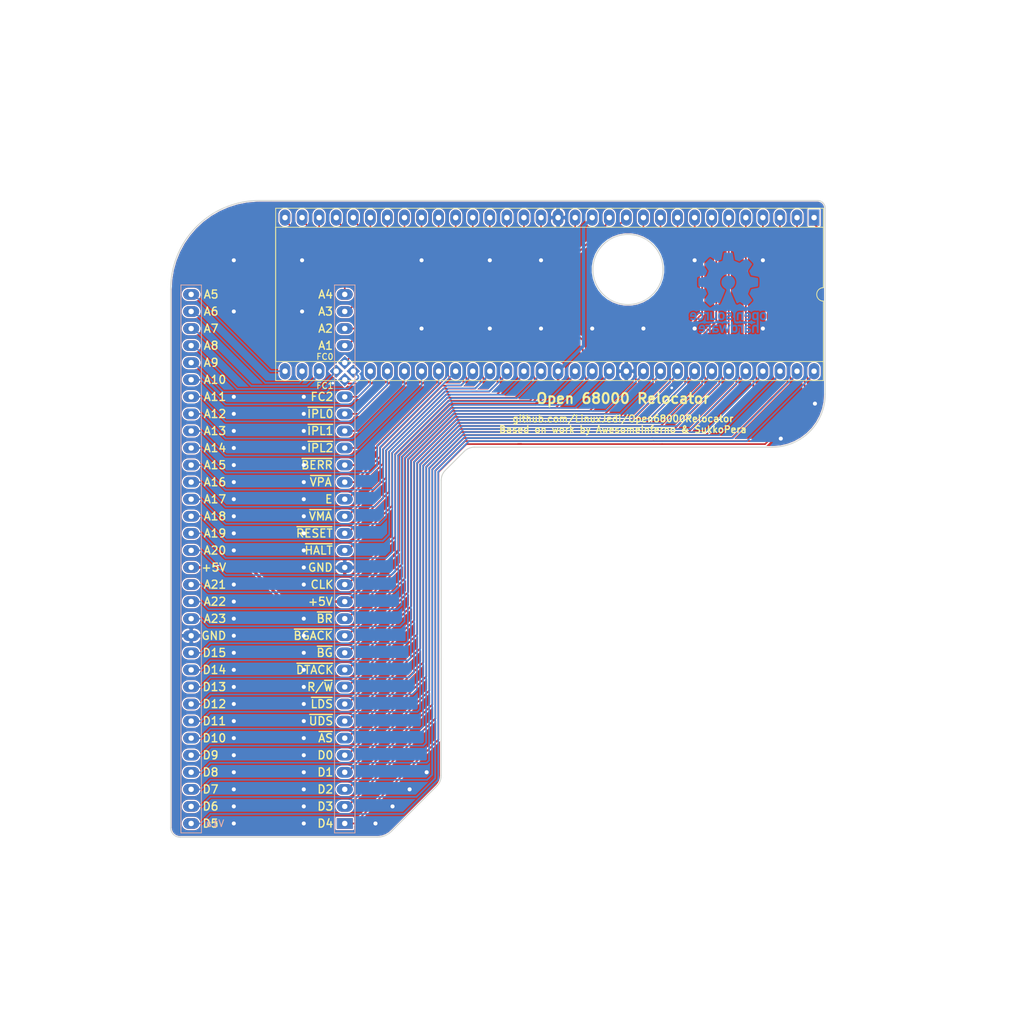
<source format=kicad_pcb>
(kicad_pcb (version 20171130) (host pcbnew 5.1.9-73d0e3b20d~88~ubuntu20.10.1)
  (title_block (title "68000 Relocator") (date 2019-02-11) (rev V1sukko-git) (company AwesomeInferno) (comment 1 http://www.github.com/awesomeinferno) (comment 2 "Shifts a 68000 processor socket up and 90 degrees counter-clockwise") (comment 3 "Minor tweaks by SukkoPera"))
  (layers (0 F.Cu signal) (31 B.Cu signal) (36 B.SilkS user) (37 F.SilkS user) (38 B.Mask user) (39 F.Mask user) (44 Edge.Cuts user))
  (net 0 "")
  (net 1 /D4)
  (net 2 /A5)
  (net 3 /D3)
  (net 4 /A6)
  (net 5 /D2)
  (net 6 /A7)
  (net 7 /D1)
  (net 8 /A8)
  (net 9 /D0)
  (net 10 /A9)
  (net 11 /AS)
  (net 12 /A10)
  (net 13 /UDS)
  (net 14 /A11)
  (net 15 /LDS)
  (net 16 /A12)
  (net 17 /R/W)
  (net 18 /A13)
  (net 19 /DTACK)
  (net 20 /A14)
  (net 21 /BG)
  (net 22 /A15)
  (net 23 /BGACK)
  (net 24 /A16)
  (net 25 /BR)
  (net 26 /A17)
  (net 27 VCC)
  (net 28 /A18)
  (net 29 /CLK)
  (net 30 /A19)
  (net 31 GND)
  (net 32 /A20)
  (net 33 /HALT)
  (net 34 /RESET)
  (net 35 /A21)
  (net 36 /VMA)
  (net 37 /A22)
  (net 38 /E)
  (net 39 /A23)
  (net 40 /VPA)
  (net 41 /BERR)
  (net 42 /D15)
  (net 43 /IPL2)
  (net 44 /D14)
  (net 45 /IPL1)
  (net 46 /D13)
  (net 47 /IPL0)
  (net 48 /D12)
  (net 49 /FC2)
  (net 50 /D11)
  (net 51 /FC1)
  (net 52 /D10)
  (net 53 /FC0)
  (net 54 /D9)
  (net 55 /A1)
  (net 56 /D8)
  (net 57 /A2)
  (net 58 /D7)
  (net 59 /A3)
  (net 60 /D6)
  (net 61 /A4)
  (net 62 /D5)
  (module Open68000Relocator:DIP-64_W22.86mm_Socket_LongPads_IC (layer F.Cu) (at 184.912 49.784 270)
    (fp_text reference U2)
    (fp_text value 68000D)
    (pad 1 thru_hole rect (at 0 0 270) (size 2.4 1.6) (drill 0.8) (layers *.Cu *.Mask) (net 1 /D4))
    (pad 33 thru_hole oval (at 22.86 78.74 270) (size 2.4 1.6) (drill 0.8) (layers *.Cu *.Mask) (net 2 /A5))
    (pad 2 thru_hole oval (at 0 2.54 270) (size 2.4 1.6) (drill 0.8) (layers *.Cu *.Mask) (net 3 /D3))
    (pad 34 thru_hole oval (at 22.86 76.2 270) (size 2.4 1.6) (drill 0.8) (layers *.Cu *.Mask) (net 4 /A6))
    (pad 3 thru_hole oval (at 0 5.08 270) (size 2.4 1.6) (drill 0.8) (layers *.Cu *.Mask) (net 5 /D2))
    (pad 35 thru_hole oval (at 22.86 73.66 270) (size 2.4 1.6) (drill 0.8) (layers *.Cu *.Mask) (net 6 /A7))
    (pad 4 thru_hole oval (at 0 7.62 270) (size 2.4 1.6) (drill 0.8) (layers *.Cu *.Mask) (net 7 /D1))
    (pad 36 thru_hole trapezoid (at 22.86 71.12 315) (size 1.4 1.4) (drill 0.8) (layers *.Cu *.Mask) (net 8 /A8))
    (pad 5 thru_hole oval (at 0 10.16 270) (size 2.4 1.6) (drill 0.8) (layers *.Cu *.Mask) (net 9 /D0))
    (pad 37 thru_hole trapezoid (at 22.86 68.58 315) (size 1.4 1.4) (drill 0.8) (layers *.Cu *.Mask) (net 10 /A9))
    (pad 6 thru_hole oval (at 0 12.7 270) (size 2.4 1.6) (drill 0.8) (layers *.Cu *.Mask) (net 11 /AS))
    (pad 38 thru_hole oval (at 22.86 66.04 270) (size 2.4 1.6) (drill 0.8) (layers *.Cu *.Mask) (net 12 /A10))
    (pad 7 thru_hole oval (at 0 15.24 270) (size 2.4 1.6) (drill 0.8) (layers *.Cu *.Mask) (net 13 /UDS))
    (pad 39 thru_hole oval (at 22.86 63.5 270) (size 2.4 1.6) (drill 0.8) (layers *.Cu *.Mask) (net 14 /A11))
    (pad 8 thru_hole oval (at 0 17.78 270) (size 2.4 1.6) (drill 0.8) (layers *.Cu *.Mask) (net 15 /LDS))
    (pad 40 thru_hole oval (at 22.86 60.96 270) (size 2.4 1.6) (drill 0.8) (layers *.Cu *.Mask) (net 16 /A12))
    (pad 9 thru_hole oval (at 0 20.32 270) (size 2.4 1.6) (drill 0.8) (layers *.Cu *.Mask) (net 17 /R/W))
    (pad 41 thru_hole oval (at 22.86 58.42 270) (size 2.4 1.6) (drill 0.8) (layers *.Cu *.Mask) (net 18 /A13))
    (pad 10 thru_hole oval (at 0 22.86 270) (size 2.4 1.6) (drill 0.8) (layers *.Cu *.Mask) (net 19 /DTACK))
    (pad 42 thru_hole oval (at 22.86 55.88 270) (size 2.4 1.6) (drill 0.8) (layers *.Cu *.Mask) (net 20 /A14))
    (pad 11 thru_hole oval (at 0 25.4 270) (size 2.4 1.6) (drill 0.8) (layers *.Cu *.Mask) (net 21 /BG))
    (pad 43 thru_hole oval (at 22.86 53.34 270) (size 2.4 1.6) (drill 0.8) (layers *.Cu *.Mask) (net 22 /A15))
    (pad 12 thru_hole oval (at 0 27.94 270) (size 2.4 1.6) (drill 0.8) (layers *.Cu *.Mask) (net 23 /BGACK))
    (pad 44 thru_hole oval (at 22.86 50.8 270) (size 2.4 1.6) (drill 0.8) (layers *.Cu *.Mask) (net 24 /A16))
    (pad 13 thru_hole oval (at 0 30.48 270) (size 2.4 1.6) (drill 0.8) (layers *.Cu *.Mask) (net 25 /BR))
    (pad 45 thru_hole oval (at 22.86 48.26 270) (size 2.4 1.6) (drill 0.8) (layers *.Cu *.Mask) (net 26 /A17))
    (pad 14 thru_hole oval (at 0 33.02 270) (size 2.4 1.6) (drill 0.8) (layers *.Cu *.Mask) (net 27 VCC))
    (pad 46 thru_hole oval (at 22.86 45.72 270) (size 2.4 1.6) (drill 0.8) (layers *.Cu *.Mask) (net 28 /A18))
    (pad 15 thru_hole oval (at 0 35.56 270) (size 2.4 1.6) (drill 0.8) (layers *.Cu *.Mask) (net 29 /CLK))
    (pad 47 thru_hole oval (at 22.86 43.18 270) (size 2.4 1.6) (drill 0.8) (layers *.Cu *.Mask) (net 30 /A19))
    (pad 16 thru_hole oval (at 0 38.1 270) (size 2.4 1.6) (drill 0.8) (layers *.Cu *.Mask) (net 31 GND))
    (pad 48 thru_hole oval (at 22.86 40.64 270) (size 2.4 1.6) (drill 0.8) (layers *.Cu *.Mask) (net 32 /A20))
    (pad 17 thru_hole oval (at 0 40.64 270) (size 2.4 1.6) (drill 0.8) (layers *.Cu *.Mask) (net 33 /HALT))
    (pad 49 thru_hole oval (at 22.86 38.1 270) (size 2.4 1.6) (drill 0.8) (layers *.Cu *.Mask) (net 27 VCC))
    (pad 18 thru_hole oval (at 0 43.18 270) (size 2.4 1.6) (drill 0.8) (layers *.Cu *.Mask) (net 34 /RESET))
    (pad 50 thru_hole oval (at 22.86 35.56 270) (size 2.4 1.6) (drill 0.8) (layers *.Cu *.Mask) (net 35 /A21))
    (pad 19 thru_hole oval (at 0 45.72 270) (size 2.4 1.6) (drill 0.8) (layers *.Cu *.Mask) (net 36 /VMA))
    (pad 51 thru_hole oval (at 22.86 33.02 270) (size 2.4 1.6) (drill 0.8) (layers *.Cu *.Mask) (net 37 /A22))
    (pad 20 thru_hole oval (at 0 48.26 270) (size 2.4 1.6) (drill 0.8) (layers *.Cu *.Mask) (net 38 /E))
    (pad 52 thru_hole oval (at 22.86 30.48 270) (size 2.4 1.6) (drill 0.8) (layers *.Cu *.Mask) (net 39 /A23))
    (pad 21 thru_hole oval (at 0 50.8 270) (size 2.4 1.6) (drill 0.8) (layers *.Cu *.Mask) (net 40 /VPA))
    (pad 53 thru_hole oval (at 22.86 27.94 270) (size 2.4 1.6) (drill 0.8) (layers *.Cu *.Mask) (net 31 GND))
    (pad 22 thru_hole oval (at 0 53.34 270) (size 2.4 1.6) (drill 0.8) (layers *.Cu *.Mask) (net 41 /BERR))
    (pad 54 thru_hole oval (at 22.86 25.4 270) (size 2.4 1.6) (drill 0.8) (layers *.Cu *.Mask) (net 42 /D15))
    (pad 23 thru_hole oval (at 0 55.88 270) (size 2.4 1.6) (drill 0.8) (layers *.Cu *.Mask) (net 43 /IPL2))
    (pad 55 thru_hole oval (at 22.86 22.86 270) (size 2.4 1.6) (drill 0.8) (layers *.Cu *.Mask) (net 44 /D14))
    (pad 24 thru_hole oval (at 0 58.42 270) (size 2.4 1.6) (drill 0.8) (layers *.Cu *.Mask) (net 45 /IPL1))
    (pad 56 thru_hole oval (at 22.86 20.32 270) (size 2.4 1.6) (drill 0.8) (layers *.Cu *.Mask) (net 46 /D13))
    (pad 25 thru_hole oval (at 0 60.96 270) (size 2.4 1.6) (drill 0.8) (layers *.Cu *.Mask) (net 47 /IPL0))
    (pad 57 thru_hole oval (at 22.86 17.78 270) (size 2.4 1.6) (drill 0.8) (layers *.Cu *.Mask) (net 48 /D12))
    (pad 26 thru_hole oval (at 0 63.5 270) (size 2.4 1.6) (drill 0.8) (layers *.Cu *.Mask) (net 49 /FC2))
    (pad 58 thru_hole oval (at 22.86 15.24 270) (size 2.4 1.6) (drill 0.8) (layers *.Cu *.Mask) (net 50 /D11))
    (pad 27 thru_hole oval (at 0 66.04 270) (size 2.4 1.6) (drill 0.8) (layers *.Cu *.Mask) (net 51 /FC1))
    (pad 59 thru_hole oval (at 22.86 12.7 270) (size 2.4 1.6) (drill 0.8) (layers *.Cu *.Mask) (net 52 /D10))
    (pad 28 thru_hole oval (at 0 68.58 270) (size 2.4 1.6) (drill 0.8) (layers *.Cu *.Mask) (net 53 /FC0))
    (pad 60 thru_hole oval (at 22.86 10.16 270) (size 2.4 1.6) (drill 0.8) (layers *.Cu *.Mask) (net 54 /D9))
    (pad 29 thru_hole oval (at 0 71.12 270) (size 2.4 1.6) (drill 0.8) (layers *.Cu *.Mask) (net 55 /A1))
    (pad 61 thru_hole oval (at 22.86 7.62 270) (size 2.4 1.6) (drill 0.8) (layers *.Cu *.Mask) (net 56 /D8))
    (pad 30 thru_hole oval (at 0 73.66 270) (size 2.4 1.6) (drill 0.8) (layers *.Cu *.Mask) (net 57 /A2))
    (pad 62 thru_hole oval (at 22.86 5.08 270) (size 2.4 1.6) (drill 0.8) (layers *.Cu *.Mask) (net 58 /D7))
    (pad 31 thru_hole oval (at 0 76.2 270) (size 2.4 1.6) (drill 0.8) (layers *.Cu *.Mask) (net 59 /A3))
    (pad 63 thru_hole oval (at 22.86 2.54 270) (size 2.4 1.6) (drill 0.8) (layers *.Cu *.Mask) (net 60 /D6))
    (pad 32 thru_hole oval (at 0 78.74 270) (size 2.4 1.6) (drill 0.8) (layers *.Cu *.Mask) (net 61 /A4))
    (pad 64 thru_hole oval (at 22.86 0 270) (size 2.4 1.6) (drill 0.8) (layers *.Cu *.Mask) (net 62 /D5))
  )
  (module Open68000Relocator:DIP-64_W22.86mm_Socket_LongPads_Socket (layer F.Cu) (at 115.062 139.954 180)
    (fp_text reference U1)
    (fp_text value 68000D)
    (pad 1 thru_hole rect (at 0 0 180) (size 2.4 1.6) (drill 0.8) (layers *.Cu *.Mask) (net 1 /D4))
    (pad 33 thru_hole oval (at 22.86 78.74 180) (size 2.4 1.6) (drill 0.8) (layers *.Cu *.Mask) (net 2 /A5))
    (pad 2 thru_hole oval (at 0 2.54 180) (size 2.4 1.6) (drill 0.8) (layers *.Cu *.Mask) (net 3 /D3))
    (pad 34 thru_hole oval (at 22.86 76.2 180) (size 2.4 1.6) (drill 0.8) (layers *.Cu *.Mask) (net 4 /A6))
    (pad 3 thru_hole oval (at 0 5.08 180) (size 2.4 1.6) (drill 0.8) (layers *.Cu *.Mask) (net 5 /D2))
    (pad 35 thru_hole oval (at 22.86 73.66 180) (size 2.4 1.6) (drill 0.8) (layers *.Cu *.Mask) (net 6 /A7))
    (pad 4 thru_hole oval (at 0 7.62 180) (size 2.4 1.6) (drill 0.8) (layers *.Cu *.Mask) (net 7 /D1))
    (pad 36 thru_hole oval (at 22.86 71.12 180) (size 2.4 1.6) (drill 0.8) (layers *.Cu *.Mask) (net 8 /A8))
    (pad 5 thru_hole oval (at 0 10.16 180) (size 2.4 1.6) (drill 0.8) (layers *.Cu *.Mask) (net 9 /D0))
    (pad 37 thru_hole oval (at 22.86 68.58 180) (size 2.4 1.6) (drill 0.8) (layers *.Cu *.Mask) (net 10 /A9))
    (pad 6 thru_hole oval (at 0 12.7 180) (size 2.4 1.6) (drill 0.8) (layers *.Cu *.Mask) (net 11 /AS))
    (pad 38 thru_hole oval (at 22.86 66.04 180) (size 2.4 1.6) (drill 0.8) (layers *.Cu *.Mask) (net 12 /A10))
    (pad 7 thru_hole oval (at 0 15.24 180) (size 2.4 1.6) (drill 0.8) (layers *.Cu *.Mask) (net 13 /UDS))
    (pad 39 thru_hole oval (at 22.86 63.5 180) (size 2.4 1.6) (drill 0.8) (layers *.Cu *.Mask) (net 14 /A11))
    (pad 8 thru_hole oval (at 0 17.78 180) (size 2.4 1.6) (drill 0.8) (layers *.Cu *.Mask) (net 15 /LDS))
    (pad 40 thru_hole oval (at 22.86 60.96 180) (size 2.4 1.6) (drill 0.8) (layers *.Cu *.Mask) (net 16 /A12))
    (pad 9 thru_hole oval (at 0 20.32 180) (size 2.4 1.6) (drill 0.8) (layers *.Cu *.Mask) (net 17 /R/W))
    (pad 41 thru_hole oval (at 22.86 58.42 180) (size 2.4 1.6) (drill 0.8) (layers *.Cu *.Mask) (net 18 /A13))
    (pad 10 thru_hole oval (at 0 22.86 180) (size 2.4 1.6) (drill 0.8) (layers *.Cu *.Mask) (net 19 /DTACK))
    (pad 42 thru_hole oval (at 22.86 55.88 180) (size 2.4 1.6) (drill 0.8) (layers *.Cu *.Mask) (net 20 /A14))
    (pad 11 thru_hole oval (at 0 25.4 180) (size 2.4 1.6) (drill 0.8) (layers *.Cu *.Mask) (net 21 /BG))
    (pad 43 thru_hole oval (at 22.86 53.34 180) (size 2.4 1.6) (drill 0.8) (layers *.Cu *.Mask) (net 22 /A15))
    (pad 12 thru_hole oval (at 0 27.94 180) (size 2.4 1.6) (drill 0.8) (layers *.Cu *.Mask) (net 23 /BGACK))
    (pad 44 thru_hole oval (at 22.86 50.8 180) (size 2.4 1.6) (drill 0.8) (layers *.Cu *.Mask) (net 24 /A16))
    (pad 13 thru_hole oval (at 0 30.48 180) (size 2.4 1.6) (drill 0.8) (layers *.Cu *.Mask) (net 25 /BR))
    (pad 45 thru_hole oval (at 22.86 48.26 180) (size 2.4 1.6) (drill 0.8) (layers *.Cu *.Mask) (net 26 /A17))
    (pad 14 thru_hole oval (at 0 33.02 180) (size 2.4 1.6) (drill 0.8) (layers *.Cu *.Mask) (net 27 VCC))
    (pad 46 thru_hole oval (at 22.86 45.72 180) (size 2.4 1.6) (drill 0.8) (layers *.Cu *.Mask) (net 28 /A18))
    (pad 15 thru_hole oval (at 0 35.56 180) (size 2.4 1.6) (drill 0.8) (layers *.Cu *.Mask) (net 29 /CLK))
    (pad 47 thru_hole oval (at 22.86 43.18 180) (size 2.4 1.6) (drill 0.8) (layers *.Cu *.Mask) (net 30 /A19))
    (pad 16 thru_hole oval (at 0 38.1 180) (size 2.4 1.6) (drill 0.8) (layers *.Cu *.Mask) (net 31 GND))
    (pad 48 thru_hole oval (at 22.86 40.64 180) (size 2.4 1.6) (drill 0.8) (layers *.Cu *.Mask) (net 32 /A20))
    (pad 17 thru_hole oval (at 0 40.64 180) (size 2.4 1.6) (drill 0.8) (layers *.Cu *.Mask) (net 33 /HALT))
    (pad 49 thru_hole oval (at 22.86 38.1 180) (size 2.4 1.6) (drill 0.8) (layers *.Cu *.Mask) (net 27 VCC))
    (pad 18 thru_hole oval (at 0 43.18 180) (size 2.4 1.6) (drill 0.8) (layers *.Cu *.Mask) (net 34 /RESET))
    (pad 50 thru_hole oval (at 22.86 35.56 180) (size 2.4 1.6) (drill 0.8) (layers *.Cu *.Mask) (net 35 /A21))
    (pad 19 thru_hole oval (at 0 45.72 180) (size 2.4 1.6) (drill 0.8) (layers *.Cu *.Mask) (net 36 /VMA))
    (pad 51 thru_hole oval (at 22.86 33.02 180) (size 2.4 1.6) (drill 0.8) (layers *.Cu *.Mask) (net 37 /A22))
    (pad 20 thru_hole oval (at 0 48.26 180) (size 2.4 1.6) (drill 0.8) (layers *.Cu *.Mask) (net 38 /E))
    (pad 52 thru_hole oval (at 22.86 30.48 180) (size 2.4 1.6) (drill 0.8) (layers *.Cu *.Mask) (net 39 /A23))
    (pad 21 thru_hole oval (at 0 50.8 180) (size 2.4 1.6) (drill 0.8) (layers *.Cu *.Mask) (net 40 /VPA))
    (pad 53 thru_hole oval (at 22.86 27.94 180) (size 2.4 1.6) (drill 0.8) (layers *.Cu *.Mask) (net 31 GND))
    (pad 22 thru_hole oval (at 0 53.34 180) (size 2.4 1.6) (drill 0.8) (layers *.Cu *.Mask) (net 41 /BERR))
    (pad 54 thru_hole oval (at 22.86 25.4 180) (size 2.4 1.6) (drill 0.8) (layers *.Cu *.Mask) (net 42 /D15))
    (pad 23 thru_hole oval (at 0 55.88 180) (size 2.4 1.6) (drill 0.8) (layers *.Cu *.Mask) (net 43 /IPL2))
    (pad 55 thru_hole oval (at 22.86 22.86 180) (size 2.4 1.6) (drill 0.8) (layers *.Cu *.Mask) (net 44 /D14))
    (pad 24 thru_hole oval (at 0 58.42 180) (size 2.4 1.6) (drill 0.8) (layers *.Cu *.Mask) (net 45 /IPL1))
    (pad 56 thru_hole oval (at 22.86 20.32 180) (size 2.4 1.6) (drill 0.8) (layers *.Cu *.Mask) (net 46 /D13))
    (pad 25 thru_hole oval (at 0 60.96 180) (size 2.4 1.6) (drill 0.8) (layers *.Cu *.Mask) (net 47 /IPL0))
    (pad 57 thru_hole oval (at 22.86 17.78 180) (size 2.4 1.6) (drill 0.8) (layers *.Cu *.Mask) (net 48 /D12))
    (pad 26 thru_hole oval (at 0 63.5 180) (size 2.4 1.6) (drill 0.8) (layers *.Cu *.Mask) (net 49 /FC2))
    (pad 58 thru_hole oval (at 22.86 15.24 180) (size 2.4 1.6) (drill 0.8) (layers *.Cu *.Mask) (net 50 /D11))
    (pad 27 thru_hole trapezoid (at 0 66.04 225) (size 1.4 1.4) (drill 0.8) (layers *.Cu *.Mask) (net 51 /FC1))
    (pad 59 thru_hole oval (at 22.86 12.7 180) (size 2.4 1.6) (drill 0.8) (layers *.Cu *.Mask) (net 52 /D10))
    (pad 28 thru_hole trapezoid (at 0 68.58 225) (size 1.4 1.4) (drill 0.8) (layers *.Cu *.Mask) (net 53 /FC0))
    (pad 60 thru_hole oval (at 22.86 10.16 180) (size 2.4 1.6) (drill 0.8) (layers *.Cu *.Mask) (net 54 /D9))
    (pad 29 thru_hole oval (at 0 71.12 180) (size 2.4 1.6) (drill 0.8) (layers *.Cu *.Mask) (net 55 /A1))
    (pad 61 thru_hole oval (at 22.86 7.62 180) (size 2.4 1.6) (drill 0.8) (layers *.Cu *.Mask) (net 56 /D8))
    (pad 30 thru_hole oval (at 0 73.66 180) (size 2.4 1.6) (drill 0.8) (layers *.Cu *.Mask) (net 57 /A2))
    (pad 62 thru_hole oval (at 22.86 5.08 180) (size 2.4 1.6) (drill 0.8) (layers *.Cu *.Mask) (net 58 /D7))
    (pad 31 thru_hole oval (at 0 76.2 180) (size 2.4 1.6) (drill 0.8) (layers *.Cu *.Mask) (net 59 /A3))
    (pad 63 thru_hole oval (at 22.86 2.54 180) (size 2.4 1.6) (drill 0.8) (layers *.Cu *.Mask) (net 60 /D6))
    (pad 32 thru_hole oval (at 0 78.74 180) (size 2.4 1.6) (drill 0.8) (layers *.Cu *.Mask) (net 61 /A4))
    (pad 64 thru_hole oval (at 22.86 0 180) (size 2.4 1.6) (drill 0.8) (layers *.Cu *.Mask) (net 62 /D5))
  )
  (module Symbol:OSHW-Logo_11.4x12mm_Copper (layer B.Cu) (at 172.1485 60.96 180)
    (fp_text reference P99 hide)
    (fp_text value OSHW_LOGO hide)
    (fp_poly (pts (xy -3.780091 -2.90956) (xy -3.727588 -2.935499) (xy -3.662842 -2.9807) (xy -3.615653 -3.029991) (xy -3.583335 -3.091885) (xy -3.563203 -3.174896) (xy -3.55257 -3.287538) (xy -3.548753 -3.438324) (xy -3.54853 -3.503149) (xy -3.549182 -3.645221) (xy -3.551888 -3.746757) (xy -3.557776 -3.817015) (xy -3.567973 -3.865256) (xy -3.583606 -3.900738) (xy -3.599872 -3.924943) (xy -3.703705 -4.027929) (xy -3.825979 -4.089874) (xy -3.957886 -4.108506) (xy -4.090616 -4.081549) (xy -4.132667 -4.062486) (xy -4.233334 -4.010015) (xy -4.233334 -4.832259) (xy -4.159865 -4.794267) (xy -4.063059 -4.764872) (xy -3.944072 -4.757342) (xy -3.825255 -4.771245) (xy -3.735527 -4.802476) (xy -3.661101 -4.861954) (xy -3.59751 -4.947066) (xy -3.592729 -4.955805) (xy -3.572563 -4.996966) (xy -3.557835 -5.038454) (xy -3.547697 -5.088713) (xy -3.541301 -5.156184) (xy -3.537799 -5.249309) (xy -3.536342 -5.376531) (xy -3.536079 -5.519701) (xy -3.536079 -5.976471) (xy -3.81 -5.976471) (xy -3.81 -5.134231) (xy -3.886617 -5.069763) (xy -3.966207 -5.018194) (xy -4.041578 -5.008818) (xy -4.117367 -5.032947) (xy -4.157759 -5.056574) (xy -4.187821 -5.090227) (xy -4.209203 -5.141087) (xy -4.22355 -5.216334) (xy -4.23251 -5.323146) (xy -4.23773 -5.468704) (xy -4.239569 -5.565588) (xy -4.245785 -5.96402) (xy -4.37652 -5.971547) (xy -4.507255 -5.979073) (xy -4.507255 -3.506582) (xy -4.233334 -3.506582) (xy -4.22635 -3.644423) (xy -4.202818 -3.740107) (xy -4.158865 -3.799641) (xy -4.090618 -3.829029) (xy -4.021667 -3.834902) (xy -3.943614 -3.828154) (xy -3.891811 -3.801594) (xy -3.859417 -3.766499) (xy -3.833916 -3.728752) (xy -3.818735 -3.6867) (xy -3.811981 -3.627779) (xy -3.811759 -3.539428) (xy -3.814032 -3.465448) (xy -3.819251 -3.354) (xy -3.827021 -3.280833) (xy -3.840105 -3.234422) (xy -3.861268 -3.203244) (xy -3.88124 -3.185223) (xy -3.964686 -3.145925) (xy -4.063449 -3.139579) (xy -4.120159 -3.153116) (xy -4.176308 -3.201233) (xy -4.213501 -3.294833) (xy -4.231528 -3.433254) (xy -4.233334 -3.506582) (xy -4.507255 -3.506582) (xy -4.507255 -2.888628) (xy -4.370295 -2.888628) (xy -4.288065 -2.891879) (xy -4.24564 -2.903426) (xy -4.233339 -2.925952) (xy -4.233334 -2.92662) (xy -4.227626 -2.948681) (xy -4.202453 -2.946176) (xy -4.152402 -2.921935) (xy -4.035781 -2.884851) (xy -3.904571 -2.880953) (xy -3.780091 -2.90956)) (layer B.Cu) (width 0.01))
    (fp_poly (pts (xy -2.74128 -4.765922) (xy -2.62413 -4.79718) (xy -2.534949 -4.853837) (xy -2.472016 -4.928045) (xy -2.452452 -4.959716) (xy -2.438008 -4.992891) (xy -2.427911 -5.035329) (xy -2.421385 -5.094788) (xy -2.417658 -5.179029) (xy -2.415954 -5.29581) (xy -2.4155 -5.45289) (xy -2.415491 -5.494565) (xy -2.415491 -5.976471) (xy -2.53502 -5.976471) (xy -2.611261 -5.971131) (xy -2.667634 -5.957604) (xy -2.681758 -5.949262) (xy -2.72037 -5.934864) (xy -2.759808 -5.949262) (xy -2.824738 -5.967237) (xy -2.919055 -5.974472) (xy -3.023593 -5.971333) (xy -3.119189 -5.958186) (xy -3.175 -5.941318) (xy -3.283002 -5.871986) (xy -3.350497 -5.775772) (xy -3.380841 -5.647844) (xy -3.381123 -5.644559) (xy -3.37846 -5.587808) (xy -3.137647 -5.587808) (xy -3.116595 -5.652358) (xy -3.082303 -5.688686) (xy -3.013468 -5.716162) (xy -2.92261 -5.727129) (xy -2.829958 -5.721731) (xy -2.755744 -5.70011) (xy -2.734951 -5.686239) (xy -2.698619 -5.622143) (xy -2.689412 -5.549278) (xy -2.689412 -5.45353) (xy -2.827173 -5.45353) (xy -2.958047 -5.463605) (xy -3.057259 -5.492148) (xy -3.118977 -5.536639) (xy -3.137647 -5.587808) (xy -3.37846 -5.587808) (xy -3.374564 -5.50479) (xy -3.328466 -5.394282) (xy -3.2418 -5.310712) (xy -3.229821 -5.30311) (xy -3.178345 -5.278357) (xy -3.114632 -5.263368) (xy -3.025565 -5.256082) (xy -2.919755 -5.254407) (xy -2.689412 -5.254314) (xy -2.689412 -5.157755) (xy -2.699183 -5.082836) (xy -2.724116 -5.032644) (xy -2.727035 -5.029972) (xy -2.782519 -5.008015) (xy -2.866273 -4.999505) (xy -2.958833 -5.003687) (xy -3.04073 -5.019809) (xy -3.089327 -5.04399) (xy -3.115659 -5.063359) (xy -3.143465 -5.067057) (xy -3.181839 -5.051188) (xy -3.239875 -5.011855) (xy -3.326669 -4.945164) (xy -3.334635 -4.938916) (xy -3.330553 -4.9158) (xy -3.296499 -4.877352) (xy -3.24474 -4.834627) (xy -3.187545 -4.798679) (xy -3.169575 -4.790191) (xy -3.104028 -4.773252) (xy -3.00798 -4.76117) (xy -2.900671 -4.756323) (xy -2.895653 -4.756313) (xy -2.74128 -4.765922)) (layer B.Cu) (width 0.01))
    (fp_poly (pts (xy -1.967236 -4.758921) (xy -1.92997 -4.770091) (xy -1.917957 -4.794633) (xy -1.917451 -4.805712) (xy -1.915296 -4.836572) (xy -1.900449 -4.841417) (xy -1.860343 -4.82026) (xy -1.83652 -4.805806) (xy -1.761362 -4.77485) (xy -1.671594 -4.759544) (xy -1.577471 -4.758367) (xy -1.489246 -4.769799) (xy -1.417174 -4.79232) (xy -1.371508 -4.824409) (xy -1.362502 -4.864545) (xy -1.367047 -4.875415) (xy -1.400179 -4.920534) (xy -1.451555 -4.976026) (xy -1.460848 -4.984996) (xy -1.509818 -5.026245) (xy -1.552069 -5.039572) (xy -1.611159 -5.030271) (xy -1.634831 -5.02409) (xy -1.708496 -5.009246) (xy -1.76029 -5.015921) (xy -1.804031 -5.039465) (xy -1.844098 -5.071061) (xy -1.873608 -5.110798) (xy -1.894116 -5.166252) (xy -1.907176 -5.245003) (xy -1.914344 -5.354629) (xy -1.917176 -5.502706) (xy -1.917451 -5.592111) (xy -1.917451 -5.976471) (xy -2.166471 -5.976471) (xy -2.166471 -4.756275) (xy -2.041961 -4.756275) (xy -1.967236 -4.758921)) (layer B.Cu) (width 0.01))
    (fp_poly (pts (xy -0.398432 -5.976471) (xy -0.535393 -5.976471) (xy -0.614889 -5.97414) (xy -0.656292 -5.964488) (xy -0.671199 -5.943525) (xy -0.672353 -5.929351) (xy -0.674867 -5.900927) (xy -0.69072 -5.895475) (xy -0.732379 -5.912998) (xy -0.764776 -5.929351) (xy -0.889151 -5.968103) (xy -1.024354 -5.970346) (xy -1.134274 -5.941444) (xy -1.236634 -5.871619) (xy -1.31466 -5.768555) (xy -1.357386 -5.646989) (xy -1.358474 -5.640192) (xy -1.364822 -5.566032) (xy -1.367979 -5.45957) (xy -1.367725 -5.379052) (xy -1.095711 -5.379052) (xy -1.08941 -5.48607) (xy -1.075075 -5.574278) (xy -1.055669 -5.62409) (xy -0.982254 -5.692162) (xy -0.895086 -5.716564) (xy -0.805196 -5.696831) (xy -0.728383 -5.637968) (xy -0.699292 -5.598379) (xy -0.682283 -5.551138) (xy -0.674316 -5.482181) (xy -0.672353 -5.378607) (xy -0.675866 -5.276039) (xy -0.685143 -5.185921) (xy -0.698294 -5.125613) (xy -0.700486 -5.120208) (xy -0.753522 -5.05594) (xy -0.830933 -5.020656) (xy -0.917546 -5.014959) (xy -0.998193 -5.039453) (xy -1.057703 -5.094742) (xy -1.063876 -5.105743) (xy -1.083199 -5.172827) (xy -1.093726 -5.269284) (xy -1.095711 -5.379052) (xy -1.367725 -5.379052) (xy -1.367596 -5.338225) (xy -1.365806 -5.272918) (xy -1.353627 -5.111355) (xy -1.328315 -4.990053) (xy -1.286207 -4.900379) (xy -1.223641 -4.833699) (xy -1.1629 -4.794557) (xy -1.078036 -4.76704) (xy -0.972485 -4.757603) (xy -0.864402 -4.76529) (xy -0.771942 -4.789146) (xy -0.72309 -4.817685) (xy -0.672353 -4.863601) (xy -0.672353 -4.283137) (xy -0.398432 -4.283137) (xy -0.398432 -5.976471)) (layer B.Cu) (width 0.01))
    (fp_poly (pts (xy 0.557528 -4.761332) (xy 0.656014 -4.768726) (xy 0.784776 -5.154706) (xy 0.913537 -5.540686) (xy 0.953911 -5.403726) (xy 0.978207 -5.319083) (xy 1.010167 -5.204697) (xy 1.044679 -5.078963) (xy 1.062928 -5.01152) (xy 1.131571 -4.756275) (xy 1.414773 -4.756275) (xy 1.330122 -5.023971) (xy 1.288435 -5.155638) (xy 1.238074 -5.314458) (xy 1.185481 -5.480128) (xy 1.13853 -5.627843) (xy 1.031589 -5.96402) (xy 0.800661 -5.979044) (xy 0.73805 -5.772316) (xy 0.699438 -5.643896) (xy 0.6573 -5.502322) (xy 0.620472 -5.377285) (xy 0.619018 -5.372309) (xy 0.591511 -5.287586) (xy 0.567242 -5.229778) (xy 0.550243 -5.207918) (xy 0.54675 -5.210446) (xy 0.53449 -5.244336) (xy 0.511195 -5.31693) (xy 0.4797 -5.419101) (xy 0.442842 -5.54172) (xy 0.422899 -5.609167) (xy 0.314895 -5.976471) (xy 0.085679 -5.976471) (xy -0.097561 -5.3975) (xy -0.149037 -5.235091) (xy -0.19593 -5.087602) (xy -0.236023 -4.96196) (xy -0.267103 -4.865095) (xy -0.286955 -4.803934) (xy -0.292989 -4.786065) (xy -0.288212 -4.767768) (xy -0.250703 -4.759755) (xy -0.172645 -4.760557) (xy -0.160426 -4.761163) (xy -0.015674 -4.768726) (xy 0.07913 -5.117353) (xy 0.113977 -5.244497) (xy 0.145117 -5.356265) (xy 0.169809 -5.442953) (xy 0.185312 -5.494856) (xy 0.188176 -5.503318) (xy 0.200046 -5.493587) (xy 0.223983 -5.443172) (xy 0.257239 -5.358935) (xy 0.297064 -5.247741) (xy 0.33073 -5.147297) (xy 0.459041 -4.753939) (xy 0.557528 -4.761332)) (layer B.Cu) (width 0.01))
    (fp_poly (pts (xy 2.056459 -4.763669) (xy 2.16142 -4.789163) (xy 2.191761 -4.802669) (xy 2.250573 -4.838046) (xy 2.295709 -4.87789) (xy 2.329106 -4.92912) (xy 2.352701 -4.998654) (xy 2.368433 -5.093409) (xy 2.378239 -5.220305) (xy 2.384057 -5.386258) (xy 2.386266 -5.497108) (xy 2.394396 -5.976471) (xy 2.255531 -5.976471) (xy 2.171287 -5.972938) (xy 2.127884 -5.960866) (xy 2.116666 -5.940594) (xy 2.110744 -5.918674) (xy 2.084266 -5.922865) (xy 2.048186 -5.940441) (xy 1.957862 -5.967382) (xy 1.841777 -5.974642) (xy 1.71968 -5.962767) (xy 1.611321 -5.932305) (xy 1.601602 -5.928077) (xy 1.502568 -5.858505) (xy 1.437281 -5.761789) (xy 1.40724 -5.648738) (xy 1.409535 -5.608122) (xy 1.654633 -5.608122) (xy 1.676229 -5.662782) (xy 1.740259 -5.701952) (xy 1.843565 -5.722974) (xy 1.898774 -5.725766) (xy 1.990782 -5.71862) (xy 2.051941 -5.690848) (xy 2.066862 -5.677647) (xy 2.107287 -5.605829) (xy 2.116666 -5.540686) (xy 2.116666 -5.45353) (xy 1.995269 -5.45353) (xy 1.854153 -5.460722) (xy 1.755173 -5.483345) (xy 1.692633 -5.522964) (xy 1.678631 -5.540628) (xy 1.654633 -5.608122) (xy 1.409535 -5.608122) (xy 1.413941 -5.530157) (xy 1.45888 -5.416855) (xy 1.520196 -5.340285) (xy 1.557332 -5.307181) (xy 1.593687 -5.285425) (xy 1.64099 -5.272161) (xy 1.710973 -5.264528) (xy 1.815364 -5.25967) (xy 1.85677 -5.258273) (xy 2.116666 -5.24978) (xy 2.116285 -5.171116) (xy 2.106219 -5.088428) (xy 2.069829 -5.038431) (xy 1.996311 -5.006489) (xy 1.994339 -5.00592) (xy 1.890105 -4.993361) (xy 1.788108 -5.009766) (xy 1.712305 -5.049657) (xy 1.68189 -5.069354) (xy 1.649132 -5.066629) (xy 1.598721 -5.038091) (xy 1.569119 -5.01795) (xy 1.511218 -4.974919) (xy 1.475352 -4.942662) (xy 1.469597 -4.933427) (xy 1.493295 -4.885636) (xy 1.563313 -4.828562) (xy 1.593725 -4.809305) (xy 1.681155 -4.77614) (xy 1.798983 -4.75735) (xy 1.929866 -4.753129) (xy 2.056459 -4.763669)) (layer B.Cu) (width 0.01))
    (fp_poly (pts (xy 3.238446 -4.755883) (xy 3.334177 -4.774755) (xy 3.388677 -4.802699) (xy 3.446008 -4.849123) (xy 3.364441 -4.952111) (xy 3.31415 -5.014479) (xy 3.280001 -5.044907) (xy 3.246063 -5.049555) (xy 3.196406 -5.034586) (xy 3.173096 -5.026117) (xy 3.078063 -5.013622) (xy 2.991032 -5.040406) (xy 2.927138 -5.100915) (xy 2.916759 -5.120208) (xy 2.905456 -5.171314) (xy 2.896732 -5.2655) (xy 2.890997 -5.396089) (xy 2.88866 -5.556405) (xy 2.888627 -5.579211) (xy 2.888627 -5.976471) (xy 2.614705 -5.976471) (xy 2.614705 -4.756275) (xy 2.751666 -4.756275) (xy 2.830638 -4.758337) (xy 2.871779 -4.767513) (xy 2.886992 -4.78829) (xy 2.888627 -4.807886) (xy 2.888627 -4.859497) (xy 2.95424 -4.807886) (xy 3.029475 -4.772675) (xy 3.130544 -4.755265) (xy 3.238446 -4.755883)) (layer B.Cu) (width 0.01))
    (fp_poly (pts (xy 4.025307 -4.762784) (xy 4.144337 -4.793731) (xy 4.244021 -4.8576) (xy 4.292288 -4.905313) (xy 4.371408 -5.018106) (xy 4.416752 -5.14895) (xy 4.43233 -5.309792) (xy 4.43241 -5.322794) (xy 4.432549 -5.45353) (xy 3.680091 -5.45353) (xy 3.69613 -5.52201) (xy 3.725091 -5.584031) (xy 3.775778 -5.648654) (xy 3.786379 -5.658971) (xy 3.877494 -5.714805) (xy 3.9814 -5.724275) (xy 4.101 -5.68754) (xy 4.121274 -5.677647) (xy 4.183456 -5.647574) (xy 4.225106 -5.63044) (xy 4.232373 -5.628855) (xy 4.25774 -5.644242) (xy 4.30612 -5.681887) (xy 4.330679 -5.702459) (xy 4.38157 -5.749714) (xy 4.398281 -5.780917) (xy 4.386683 -5.80962) (xy 4.380483 -5.817468) (xy 4.338493 -5.851819) (xy 4.269206 -5.893565) (xy 4.220882 -5.917935) (xy 4.083711 -5.960873) (xy 3.931847 -5.974786) (xy 3.788024 -5.9583) (xy 3.747745 -5.946496) (xy 3.623078 -5.879689) (xy 3.530671 -5.776892) (xy 3.46999 -5.637105) (xy 3.440498 -5.45933) (xy 3.43726 -5.366373) (xy 3.446714 -5.231033) (xy 3.68549 -5.231033) (xy 3.708584 -5.241038) (xy 3.770662 -5.248888) (xy 3.860914 -5.253521) (xy 3.922058 -5.254314) (xy 4.03204 -5.253549) (xy 4.101457 -5.24997) (xy 4.139538 -5.241649) (xy 4.155515 -5.226657) (xy 4.158627 -5.204903) (xy 4.137278 -5.137892) (xy 4.083529 -5.071664) (xy 4.012822 -5.020832) (xy 3.942089 -5.000038) (xy 3.846016 -5.018484) (xy 3.762849 -5.071811) (xy 3.705186 -5.148677) (xy 3.68549 -5.231033) (xy 3.446714 -5.231033) (xy 3.451028 -5.169291) (xy 3.49352 -5.012271) (xy 3.565635 -4.894069) (xy 3.668273 -4.81344) (xy 3.802332 -4.769139) (xy 3.874957 -4.760607) (xy 4.025307 -4.762784)) (layer B.Cu) (width 0.01))
    (fp_poly (pts (xy -5.026753 -2.901568) (xy -4.896478 -2.959163) (xy -4.797581 -3.055334) (xy -4.729918 -3.190229) (xy -4.693345 -3.363996) (xy -4.690724 -3.391126) (xy -4.68867 -3.582408) (xy -4.715301 -3.750073) (xy -4.768999 -3.885967) (xy -4.797753 -3.929681) (xy -4.897909 -4.022198) (xy -5.025463 -4.082119) (xy -5.168163 -4.106985) (xy -5.31376 -4.094339) (xy -5.424438 -4.055391) (xy -5.519616 -3.989755) (xy -5.597406 -3.903699) (xy -5.598751 -3.901685) (xy -5.630343 -3.84857) (xy -5.650873 -3.79516) (xy -5.663305 -3.727754) (xy -5.670603 -3.632653) (xy -5.673818 -3.554666) (xy -5.675156 -3.483944) (xy -5.426186 -3.483944) (xy -5.423753 -3.554348) (xy -5.41492 -3.648068) (xy -5.399336 -3.708214) (xy -5.371234 -3.751006) (xy -5.344914 -3.776002) (xy -5.251608 -3.828338) (xy -5.15398 -3.835333) (xy -5.063058 -3.797676) (xy -5.017598 -3.755479) (xy -4.984838 -3.712956) (xy -4.965677 -3.672267) (xy -4.957267 -3.619314) (xy -4.956763 -3.539997) (xy -4.959355 -3.46695) (xy -4.964929 -3.362601) (xy -4.973766 -3.29492) (xy -4.989693 -3.250774) (xy -5.016538 -3.217031) (xy -5.037811 -3.197746) (xy -5.126794 -3.147086) (xy -5.222789 -3.14456) (xy -5.303281 -3.174567) (xy -5.371947 -3.237231) (xy -5.412856 -3.340168) (xy -5.426186 -3.483944) (xy -5.675156 -3.483944) (xy -5.676754 -3.399582) (xy -5.67174 -3.2836) (xy -5.656717 -3.196367) (xy -5.629624 -3.12753) (xy -5.5884 -3.066737) (xy -5.573115 -3.048686) (xy -5.477546 -2.958746) (xy -5.375039 -2.906211) (xy -5.249679 -2.884201) (xy -5.18855 -2.882402) (xy -5.026753 -2.901568)) (layer B.Cu) (width 0.01))
    (fp_poly (pts (xy -2.686796 -2.916354) (xy -2.661981 -2.928037) (xy -2.576094 -2.990951) (xy -2.494879 -3.082769) (xy -2.434236 -3.183868) (xy -2.416988 -3.230349) (xy -2.401251 -3.313376) (xy -2.391867 -3.413713) (xy -2.390728 -3.455147) (xy -2.390589 -3.585882) (xy -3.143047 -3.585882) (xy -3.127007 -3.654363) (xy -3.087637 -3.735355) (xy -3.018806 -3.805351) (xy -2.936919 -3.850441) (xy -2.884737 -3.859804) (xy -2.813971 -3.848441) (xy -2.72954 -3.819943) (xy -2.700858 -3.806831) (xy -2.594791 -3.753858) (xy -2.504272 -3.822901) (xy -2.452039 -3.869597) (xy -2.424247 -3.90814) (xy -2.42284 -3.919452) (xy -2.447668 -3.946868) (xy -2.502083 -3.988532) (xy -2.551472 -4.021037) (xy -2.684748 -4.079468) (xy -2.834161 -4.105915) (xy -2.982249 -4.099039) (xy -3.100295 -4.063096) (xy -3.221982 -3.986101) (xy -3.30846 -3.884728) (xy -3.362559 -3.75357) (xy -3.387109 -3.587224) (xy -3.389286 -3.511108) (xy -3.380573 -3.336685) (xy -3.379503 -3.331611) (xy -3.130173 -3.331611) (xy -3.123306 -3.347968) (xy -3.095083 -3.356988) (xy -3.036873 -3.360854) (xy -2.940042 -3.361749) (xy -2.902757 -3.361765) (xy -2.789317 -3.360413) (xy -2.717378 -3.355505) (xy -2.678687 -3.34576) (xy -2.664995 -3.329899) (xy -2.66451 -3.324805) (xy -2.680137 -3.284326) (xy -2.719247 -3.227621) (xy -2.736061 -3.207766) (xy -2.798481 -3.151611) (xy -2.863547 -3.129532) (xy -2.898603 -3.127686) (xy -2.993442 -3.150766) (xy -3.072973 -3.212759) (xy -3.123423 -3.302802) (xy -3.124317 -3.305735) (xy -3.130173 -3.331611) (xy -3.379503 -3.331611) (xy -3.351601 -3.199343) (xy -3.29941 -3.089461) (xy -3.235579 -3.011461) (xy -3.117567 -2.926882) (xy -2.978842 -2.881686) (xy -2.83129 -2.8776) (xy -2.686796 -2.916354)) (layer B.Cu) (width 0.01))
    (fp_poly (pts (xy 0.027759 -2.884345) (xy 0.122059 -2.902229) (xy 0.21989 -2.939633) (xy 0.230343 -2.944402) (xy 0.304531 -2.983412) (xy 0.35591 -3.019664) (xy 0.372517 -3.042887) (xy 0.356702 -3.080761) (xy 0.318288 -3.136644) (xy 0.301237 -3.157505) (xy 0.230969 -3.239618) (xy 0.140379 -3.186168) (xy 0.054164 -3.150561) (xy -0.045451 -3.131529) (xy -0.140981 -3.130326) (xy -0.214939 -3.14821) (xy -0.232688 -3.159373) (xy -0.266488 -3.210553) (xy -0.270596 -3.269509) (xy -0.245304 -3.315567) (xy -0.230344 -3.324499) (xy -0.185514 -3.335592) (xy -0.106714 -3.34863) (xy -0.009574 -3.361088) (xy 0.008346 -3.363042) (xy 0.164365 -3.39003) (xy 0.277523 -3.435873) (xy 0.352569 -3.504803) (xy 0.394253 -3.601054) (xy 0.407238 -3.718617) (xy 0.389299 -3.852254) (xy 0.33105 -3.957195) (xy 0.232255 -4.03363) (xy 0.092682 -4.081748) (xy -0.062255 -4.100732) (xy -0.188602 -4.100504) (xy -0.291087 -4.083262) (xy -0.361079 -4.059457) (xy -0.449517 -4.017978) (xy -0.531246 -3.969842) (xy -0.560295 -3.948655) (xy -0.635 -3.887676) (xy -0.544902 -3.796508) (xy -0.454804 -3.705339) (xy -0.352368 -3.773128) (xy -0.249626 -3.824042) (xy -0.139913 -3.850673) (xy -0.034449 -3.853483) (xy 0.055546 -3.832935) (xy 0.118854 -3.789493) (xy 0.139296 -3.752838) (xy 0.136229 -3.694053) (xy 0.085434 -3.649099) (xy -0.012952 -3.618057) (xy -0.120744 -3.60371) (xy -0.286635 -3.576337) (xy -0.409876 -3.524693) (xy -0.492114 -3.447266) (xy -0.534999 -3.342544) (xy -0.54094 -3.218387) (xy -0.511594 -3.088702) (xy -0.444691 -2.990677) (xy -0.339629 -2.923866) (xy -0.19581 -2.88782) (xy -0.089262 -2.880754) (xy 0.027759 -2.884345)) (layer B.Cu) (width 0.01))
    (fp_poly (pts (xy 1.209547 -2.903364) (xy 1.335502 -2.971959) (xy 1.434047 -3.080245) (xy 1.480478 -3.168315) (xy 1.500412 -3.246101) (xy 1.513328 -3.356993) (xy 1.518863 -3.484738) (xy 1.516654 -3.613084) (xy 1.506337 -3.725779) (xy 1.494286 -3.785969) (xy 1.453634 -3.868311) (xy 1.38323 -3.95577) (xy 1.298382 -4.032251) (xy 1.214397 -4.081655) (xy 1.212349 -4.082439) (xy 1.108134 -4.104027) (xy 0.984627 -4.104562) (xy 0.867261 -4.084908) (xy 0.821942 -4.069155) (xy 0.70522 -4.002966) (xy 0.621624 -3.916246) (xy 0.566701 -3.801438) (xy 0.535995 -3.650982) (xy 0.529047 -3.572173) (xy 0.529933 -3.473145) (xy 0.796862 -3.473145) (xy 0.805854 -3.617645) (xy 0.831736 -3.72776) (xy 0.872868 -3.798116) (xy 0.902172 -3.818235) (xy 0.977251 -3.832265) (xy 1.066494 -3.828111) (xy 1.14365 -3.807922) (xy 1.163883 -3.796815) (xy 1.217265 -3.732123) (xy 1.2525 -3.633119) (xy 1.267498 -3.512632) (xy 1.260172 -3.383494) (xy 1.243799 -3.305775) (xy 1.19679 -3.215771) (xy 1.122582 -3.159509) (xy 1.033209 -3.140057) (xy 0.940707 -3.160481) (xy 0.869653 -3.210437) (xy 0.832312 -3.251655) (xy 0.810518 -3.292281) (xy 0.80013 -3.347264) (xy 0.797006 -3.431549) (xy 0.796862 -3.473145) (xy 0.529933 -3.473145) (xy 0.53093 -3.361874) (xy 0.56518 -3.189423) (xy 0.631802 -3.054814) (xy 0.730799 -2.95804) (xy 0.862175 -2.899094) (xy 0.890385 -2.892259) (xy 1.059926 -2.876213) (xy 1.209547 -2.903364)) (layer B.Cu) (width 0.01))
    (fp_poly (pts (xy 1.967254 -3.276245) (xy 1.969608 -3.458879) (xy 1.978207 -3.5976) (xy 1.99536 -3.698147) (xy 2.023374 -3.766254) (xy 2.064557 -3.807659) (xy 2.121217 -3.828097) (xy 2.191372 -3.833318) (xy 2.264848 -3.827468) (xy 2.320657 -3.806093) (xy 2.361109 -3.763458) (xy 2.388509 -3.693825) (xy 2.405167 -3.59146) (xy 2.413389 -3.450624) (xy 2.41549 -3.276245) (xy 2.41549 -2.888628) (xy 2.689411 -2.888628) (xy 2.689411 -4.083922) (xy 2.552451 -4.083922) (xy 2.469884 -4.080576) (xy 2.427368 -4.068826) (xy 2.41549 -4.04652) (xy 2.408336 -4.026654) (xy 2.379865 -4.030857) (xy 2.322476 -4.058971) (xy 2.190945 -4.102342) (xy 2.051438 -4.09927) (xy 1.917765 -4.052174) (xy 1.854108 -4.014971) (xy 1.805553 -3.974691) (xy 1.770081 -3.924291) (xy 1.745674 -3.856729) (xy 1.730313 -3.764965) (xy 1.721982 -3.641955) (xy 1.718662 -3.480659) (xy 1.718235 -3.355928) (xy 1.718235 -2.888628) (xy 1.967254 -2.888628) (xy 1.967254 -3.276245)) (layer B.Cu) (width 0.01))
    (fp_poly (pts (xy 4.390976 -2.899056) (xy 4.535256 -2.960348) (xy 4.580699 -2.990185) (xy 4.638779 -3.036036) (xy 4.675238 -3.072089) (xy 4.681568 -3.083832) (xy 4.663693 -3.109889) (xy 4.61795 -3.154105) (xy 4.581328 -3.184965) (xy 4.481088 -3.26552) (xy 4.401935 -3.198918) (xy 4.340769 -3.155921) (xy 4.281129 -3.141079) (xy 4.212872 -3.144704) (xy 4.104482 -3.171652) (xy 4.029872 -3.227587) (xy 3.98453 -3.318014) (xy 3.963947 -3.448435) (xy 3.963942 -3.448517) (xy 3.965722 -3.59429) (xy 3.993387 -3.701245) (xy 4.048571 -3.774064) (xy 4.086192 -3.798723) (xy 4.186105 -3.829431) (xy 4.292822 -3.829449) (xy 4.385669 -3.799655) (xy 4.407647 -3.785098) (xy 4.462765 -3.747914) (xy 4.505859 -3.74182) (xy 4.552335 -3.769496) (xy 4.603716 -3.819205) (xy 4.685046 -3.903116) (xy 4.594749 -3.977546) (xy 4.455236 -4.061549) (xy 4.297912 -4.102947) (xy 4.133503 -4.09995) (xy 4.025531 -4.0725) (xy 3.899331 -4.00462) (xy 3.798401 -3.897831) (xy 3.752548 -3.822451) (xy 3.71541 -3.714297) (xy 3.696827 -3.577318) (xy 3.696684 -3.428864) (xy 3.714865 -3.286281) (xy 3.751255 -3.166918) (xy 3.756987 -3.15468) (xy 3.841865 -3.034655) (xy 3.956782 -2.947267) (xy 4.092659 -2.894329) (xy 4.240417 -2.877654) (xy 4.390976 -2.899056)) (layer B.Cu) (width 0.01))
    (fp_poly (pts (xy 5.303287 -2.884355) (xy 5.367051 -2.899845) (xy 5.4893 -2.956569) (xy 5.593834 -3.043202) (xy 5.66618 -3.147074) (xy 5.676119 -3.170396) (xy 5.689754 -3.231484) (xy 5.699298 -3.321853) (xy 5.702549 -3.41319) (xy 5.702549 -3.585882) (xy 5.34147 -3.585882) (xy 5.192546 -3.586445) (xy 5.087632 -3.589864) (xy 5.020937 -3.598731) (xy 4.986666 -3.615641) (xy 4.979028 -3.643189) (xy 4.992229 -3.683968) (xy 5.015877 -3.731683) (xy 5.081843 -3.811314) (xy 5.173512 -3.850987) (xy 5.285555 -3.849695) (xy 5.412472 -3.806514) (xy 5.522158 -3.753224) (xy 5.613173 -3.825191) (xy 5.704188 -3.897157) (xy 5.618563 -3.976269) (xy 5.50425 -4.051017) (xy 5.363666 -4.096084) (xy 5.212449 -4.108696) (xy 5.066236 -4.086079) (xy 5.042647 -4.078405) (xy 4.914141 -4.011296) (xy 4.818551 -3.911247) (xy 4.753861 -3.775271) (xy 4.718057 -3.60038) (xy 4.71764 -3.596632) (xy 4.714434 -3.406032) (xy 4.727393 -3.338035) (xy 4.980392 -3.338035) (xy 5.003627 -3.348491) (xy 5.06671 -3.3565) (xy 5.159706 -3.361073) (xy 5.218638 -3.361765) (xy 5.328537 -3.361332) (xy 5.397252 -3.358578) (xy 5.433405 -3.351321) (xy 5.445615 -3.337376) (xy 5.442504 -3.314562) (xy 5.439894 -3.305735) (xy 5.395344 -3.2228) (xy 5.325279 -3.15596) (xy 5.263446 -3.126589) (xy 5.181301 -3.128362) (xy 5.098062 -3.16499) (xy 5.028238 -3.225634) (xy 4.986337 -3.299456) (xy 4.980392 -3.338035) (xy 4.727393 -3.338035) (xy 4.746385 -3.238395) (xy 4.809773 -3.097711) (xy 4.900878 -2.987974) (xy 5.015978 -2.913174) (xy 5.151355 -2.877304) (xy 5.303287 -2.884355)) (layer B.Cu) (width 0.01))
    (fp_poly (pts (xy -1.49324 -2.909199) (xy -1.431264 -2.938802) (xy -1.371241 -2.981561) (xy -1.325514 -3.030775) (xy -1.292207 -3.093544) (xy -1.269445 -3.176971) (xy -1.255353 -3.288159) (xy -1.248058 -3.434209) (xy -1.245682 -3.622223) (xy -1.245645 -3.641912) (xy -1.245098 -4.083922) (xy -1.51902 -4.083922) (xy -1.51902 -3.676435) (xy -1.519215 -3.525471) (xy -1.520564 -3.416056) (xy -1.524212 -3.339933) (xy -1.531304 -3.288848) (xy -1.542987 -3.254545) (xy -1.560406 -3.228768) (xy -1.584671 -3.203298) (xy -1.669565 -3.148571) (xy -1.762239 -3.138416) (xy -1.850527 -3.173017) (xy -1.88123 -3.19877) (xy -1.903771 -3.222982) (xy -1.919954 -3.248912) (xy -1.930832 -3.284708) (xy -1.937458 -3.338519) (xy -1.940885 -3.418493) (xy -1.942166 -3.532779) (xy -1.942353 -3.671907) (xy -1.942353 -4.083922) (xy -2.216275 -4.083922) (xy -2.216275 -2.888628) (xy -2.079314 -2.888628) (xy -1.997084 -2.891879) (xy -1.95466 -2.903426) (xy -1.942359 -2.925952) (xy -1.942353 -2.92662) (xy -1.936646 -2.948681) (xy -1.911473 -2.946177) (xy -1.861422 -2.921937) (xy -1.747906 -2.886271) (xy -1.618055 -2.882305) (xy -1.49324 -2.909199)) (layer B.Cu) (width 0.01))
    (fp_poly (pts (xy 3.563637 -2.887472) (xy 3.64929 -2.913641) (xy 3.704437 -2.946707) (xy 3.722401 -2.972855) (xy 3.717457 -3.003852) (xy 3.685372 -3.052547) (xy 3.658243 -3.087035) (xy 3.602317 -3.149383) (xy 3.560299 -3.175615) (xy 3.52448 -3.173903) (xy 3.418224 -3.146863) (xy 3.340189 -3.148091) (xy 3.27682 -3.178735) (xy 3.255546 -3.19667) (xy 3.187451 -3.259779) (xy 3.187451 -4.083922) (xy 2.913529 -4.083922) (xy 2.913529 -2.888628) (xy 3.05049 -2.888628) (xy 3.132719 -2.891879) (xy 3.175144 -2.903426) (xy 3.187445 -2.925952) (xy 3.187451 -2.92662) (xy 3.19326 -2.950215) (xy 3.219531 -2.947138) (xy 3.255931 -2.930115) (xy 3.331111 -2.898439) (xy 3.392158 -2.879381) (xy 3.470708 -2.874496) (xy 3.563637 -2.887472)) (layer B.Cu) (width 0.01))
    (fp_poly (pts (xy 0.746535 5.366828) (xy 0.859117 4.769637) (xy 1.274531 4.59839) (xy 1.689944 4.427143) (xy 2.188302 4.766022) (xy 2.327868 4.860378) (xy 2.454028 4.944625) (xy 2.560895 5.014917) (xy 2.642582 5.067408) (xy 2.693201 5.098251) (xy 2.706986 5.104902) (xy 2.73182 5.087797) (xy 2.784888 5.040511) (xy 2.86024 4.969083) (xy 2.951929 4.879555) (xy 3.054007 4.777966) (xy 3.160526 4.670357) (xy 3.265536 4.562768) (xy 3.363091 4.46124) (xy 3.447242 4.371814) (xy 3.51204 4.300529) (xy 3.551538 4.253427) (xy 3.56098 4.237663) (xy 3.547391 4.208602) (xy 3.509293 4.144934) (xy 3.450694 4.052888) (xy 3.375597 3.938691) (xy 3.288009 3.808571) (xy 3.237254 3.734354) (xy 3.144745 3.598833) (xy 3.06254 3.476539) (xy 2.99463 3.37356) (xy 2.945 3.295982) (xy 2.91764 3.249894) (xy 2.913529 3.240208) (xy 2.922849 3.212681) (xy 2.948254 3.148527) (xy 2.985911 3.056765) (xy 3.031986 2.946416) (xy 3.082646 2.8265) (xy 3.134059 2.706036) (xy 3.182389 2.594046) (xy 3.223806 2.499548) (xy 3.254474 2.431563) (xy 3.270562 2.399112) (xy 3.271511 2.397835) (xy 3.296772 2.391638) (xy 3.364046 2.377815) (xy 3.46636 2.357723) (xy 3.596741 2.332721) (xy 3.748216 2.304169) (xy 3.836594 2.287704) (xy 3.998452 2.256886) (xy 4.144649 2.227561) (xy 4.267787 2.201334) (xy 4.360469 2.179809) (xy 4.415301 2.16459) (xy 4.426323 2.159762) (xy 4.437119 2.127081) (xy 4.445829 2.05327) (xy 4.45246 1.946963) (xy 4.457018 1.816788) (xy 4.459509 1.671379) (xy 4.459938 1.519365) (xy 4.458311 1.369378) (xy 4.454635 1.230049) (xy 4.448915 1.11001) (xy 4.441158 1.01789) (xy 4.431368 0.962323) (xy 4.425496 0.950755) (xy 4.390399 0.93689) (xy 4.316028 0.917067) (xy 4.212223 0.893616) (xy 4.088819 0.868864) (xy 4.045741 0.860857) (xy 3.838047 0.822814) (xy 3.673984 0.792176) (xy 3.54813 0.767726) (xy 3.455065 0.748246) (xy 3.389367 0.732519) (xy 3.345617 0.719327) (xy 3.318392 0.707451) (xy 3.302272 0.695675) (xy 3.300017 0.693347) (xy 3.277503 0.655855) (xy 3.243158 0.58289) (xy 3.200411 0.483388) (xy 3.152692 0.366282) (xy 3.10343 0.240507) (xy 3.056055 0.114998) (xy 3.013995 -0.00131) (xy 2.98068 -0.099484) (xy 2.959541 -0.170588) (xy 2.954005 -0.205687) (xy 2.954466 -0.206917) (xy 2.973223 -0.235606) (xy 3.015776 -0.29873) (xy 3.077653 -0.389718) (xy 3.154382 -0.502) (xy 3.241491 -0.629005) (xy 3.266299 -0.665098) (xy 3.354753 -0.795948) (xy 3.432588 -0.915336) (xy 3.495566 -1.016407) (xy 3.539445 -1.092304) (xy 3.559985 -1.136172) (xy 3.56098 -1.141562) (xy 3.543722 -1.169889) (xy 3.496036 -1.226006) (xy 3.42405 -1.303882) (xy 3.333897 -1.397485) (xy 3.231705 -1.500786) (xy 3.123606 -1.607751) (xy 3.015728 -1.712351) (xy 2.914204 -1.808554) (xy 2.825162 -1.890329) (xy 2.754733 -1.951645) (xy 2.709047 -1.986471) (xy 2.696409 -1.992157) (xy 2.666991 -1.978765) (xy 2.606761 -1.942644) (xy 2.52553 -1.889881) (xy 2.46303 -1.847412) (xy 2.349785 -1.769485) (xy 2.215674 -1.677729) (xy 2.081155 -1.58612) (xy 2.008833 -1.537091) (xy 1.764038 -1.371515) (xy 1.558551 -1.48262) (xy 1.464936 -1.531293) (xy 1.38533 -1.569126) (xy 1.331467 -1.590703) (xy 1.317757 -1.593706) (xy 1.30127 -1.571538) (xy 1.268745 -1.508894) (xy 1.222609 -1.411554) (xy 1.16529 -1.285294) (xy 1.099216 -1.135895) (xy 1.026815 -0.969133) (xy 0.950516 -0.790787) (xy 0.872746 -0.606636) (xy 0.795934 -0.422457) (xy 0.722506 -0.24403) (xy 0.654892 -0.077132) (xy 0.59552 0.072458) (xy 0.546816 0.198962) (xy 0.51121 0.296601) (xy 0.49113 0.359598) (xy 0.4879 0.381234) (xy 0.513496 0.408831) (xy 0.569539 0.45363) (xy 0.644311 0.506321) (xy 0.650587 0.51049) (xy 0.843845 0.665186) (xy 0.999674 0.845664) (xy 1.116724 1.046153) (xy 1.193645 1.260881) (xy 1.229086 1.484078) (xy 1.221697 1.709974) (xy 1.170127 1.932796) (xy 1.073026 2.146776) (xy 1.044458 2.193591) (xy 0.895868 2.382637) (xy 0.720327 2.534443) (xy 0.52391 2.648221) (xy 0.312693 2.72318) (xy 0.092753 2.758533) (xy -0.129837 2.753488) (xy -0.348999 2.707256) (xy -0.558658 2.619049) (xy -0.752739 2.488076) (xy -0.812774 2.434918) (xy -0.965565 2.268516) (xy -1.076903 2.093343) (xy -1.153277 1.896989) (xy -1.195813 1.702538) (xy -1.206314 1.483913) (xy -1.171299 1.264203) (xy -1.094327 1.050835) (xy -0.978953 0.851233) (xy -0.828734 0.672826) (xy -0.647227 0.523038) (xy -0.623373 0.507249) (xy -0.547799 0.455543) (xy -0.490349 0.410743) (xy -0.462883 0.382138) (xy -0.462483 0.381234) (xy -0.46838 0.350291) (xy -0.491755 0.280064) (xy -0.530179 0.17633) (xy -0.581223 0.044865) (xy -0.642458 -0.108552) (xy -0.711456 -0.278146) (xy -0.785786 -0.458138) (xy -0.863022 -0.642753) (xy -0.940732 -0.826213) (xy -1.016489 -1.002741) (xy -1.087863 -1.166559) (xy -1.152426 -1.311892) (xy -1.207748 -1.432962) (xy -1.2514 -1.523992) (xy -1.280954 -1.579205) (xy -1.292856 -1.593706) (xy -1.329223 -1.582414) (xy -1.39727 -1.55213) (xy -1.485263 -1.508265) (xy -1.533649 -1.48262) (xy -1.739137 -1.371515) (xy -1.983932 -1.537091) (xy -2.108894 -1.621915) (xy -2.245705 -1.715261) (xy -2.373911 -1.803153) (xy -2.438129 -1.847412) (xy -2.528449 -1.908063) (xy -2.604929 -1.956126) (xy -2.657593 -1.985515) (xy -2.674698 -1.991727) (xy -2.699595 -1.974968) (xy -2.754695 -1.928181) (xy -2.834657 -1.856225) (xy -2.934139 -1.763957) (xy -3.0478 -1.656235) (xy -3.119685 -1.587071) (xy -3.245449 -1.463502) (xy -3.354137 -1.352979) (xy -3.441355 -1.26023) (xy -3.502711 -1.189982) (xy -3.533809 -1.146965) (xy -3.536792 -1.138235) (xy -3.522947 -1.105029) (xy -3.484688 -1.037887) (xy -3.426258 -0.943608) (xy -3.351903 -0.82899) (xy -3.265865 -0.700828) (xy -3.241397 -0.665098) (xy -3.152245 -0.535234) (xy -3.072262 -0.418314) (xy -3.00592 -0.320907) (xy -2.957689 -0.249584) (xy -2.932043 -0.210915) (xy -2.929565 -0.206917) (xy -2.933271 -0.1761) (xy -2.952939 -0.108344) (xy -2.98514 -0.012584) (xy -3.026445 0.102246) (xy -3.073425 0.227211) (xy -3.122651 0.353376) (xy -3.170692 0.471807) (xy -3.214119 0.57357) (xy -3.249504 0.649729) (xy -3.273416 0.691351) (xy -3.275116 0.693347) (xy -3.289738 0.705242) (xy -3.314435 0.717005) (xy -3.354628 0.729854) (xy -3.415737 0.745006) (xy -3.503183 0.763679) (xy -3.622388 0.78709) (xy -3.778773 0.816458) (xy -3.977757 0.853) (xy -4.02084 0.860857) (xy -4.148529 0.885528) (xy -4.259847 0.909662) (xy -4.344955 0.930931) (xy -4.394017 0.947007) (xy -4.400595 0.950755) (xy -4.411436 0.983982) (xy -4.420247 1.058234) (xy -4.427024 1.164879) (xy -4.43176 1.295288) (xy -4.43445 1.440828) (xy -4.435087 1.592869) (xy -4.433666 1.742779) (xy -4.43018 1.881927) (xy -4.424624 2.001683) (xy -4.416992 2.093414) (xy -4.407278 2.148489) (xy -4.401422 2.159762) (xy -4.36882 2.171132) (xy -4.294582 2.189631) (xy -4.186104 2.213653) (xy -4.050783 2.241593) (xy -3.896015 2.271847) (xy -3.811692 2.287704) (xy -3.651704 2.317611) (xy -3.509033 2.344705) (xy -3.390652 2.367624) (xy -3.303535 2.385012) (xy -3.254655 2.395508) (xy -3.24661 2.397835) (xy -3.233013 2.424069) (xy -3.204271 2.48726) (xy -3.164215 2.578378) (xy -3.116676 2.688398) (xy -3.065485 2.80829) (xy -3.014474 2.929028) (xy -2.967474 3.041584) (xy -2.928316 3.136929) (xy -2.900831 3.206038) (xy -2.888851 3.239881) (xy -2.888628 3.24136) (xy -2.902209 3.268058) (xy -2.940285 3.329495) (xy -2.998853 3.419566) (xy -3.073912 3.532165) (xy -3.16146 3.661185) (xy -3.212353 3.735294) (xy -3.305091 3.871178) (xy -3.387459 3.994546) (xy -3.455439 4.099158) (xy -3.505012 4.178772) (xy -3.532158 4.227148) (xy -3.536079 4.237993) (xy -3.519225 4.263235) (xy -3.472632 4.317131) (xy -3.402251 4.393642) (xy -3.314035 4.486732) (xy -3.213935 4.59036) (xy -3.107902 4.698491) (xy -3.001889 4.805085) (xy -2.901848 4.904105) (xy -2.81373 4.989513) (xy -2.743487 5.05527) (xy -2.697072 5.095339) (xy -2.681544 5.104902) (xy -2.656261 5.091455) (xy -2.595789 5.05368) (xy -2.506008 4.99542) (xy -2.392797 4.920521) (xy -2.262036 4.83283) (xy -2.1634 4.766022) (xy -1.665043 4.427143) (xy -1.249629 4.59839) (xy -0.834216 4.769637) (xy -0.721634 5.366828) (xy -0.609051 5.96402) (xy 0.633952 5.96402) (xy 0.746535 5.366828)) (layer B.Cu) (width 0.01))
  )
  (gr_arc (start 90.551 140.589) (end 89.154 140.589) (angle -90) (layer Edge.Cuts) (width 0.15))
  (gr_arc (start 134.366 86.106) (end 132.842001 84.582001) (angle 45) (layer Edge.Cuts) (width 0.15))
  (gr_arc (start 131.572 88.9) (end 130.048001 87.376001) (angle -45) (layer Edge.Cuts) (width 0.15))
  (gr_arc (start 178.689 76.073) (end 178.689 83.947) (angle -90) (layer Edge.Cuts) (width 0.15))
  (gr_arc (start 185.42 48.387) (end 186.563 48.387) (angle -90) (layer Edge.Cuts) (width 0.15))
  (gr_arc (start 127.254 132.842) (end 128.777999 134.365999) (angle -45) (layer Edge.Cuts) (width 0.15))
  (gr_arc (start 119.888 138.938) (end 119.888 141.986) (angle -47.72631099) (layer Edge.Cuts) (width 0.15))
  (gr_arc (start 102.362 60.452) (end 102.362 47.244) (angle -90) (layer Edge.Cuts) (width 0.15))
  (gr_circle (center 157.21452 57.5056) (end 162.31992 58.5978) (layer Edge.Cuts) (width 0.15))
  (gr_text D2 (at 110.871 134.874) (layer F.SilkS) (effects (font (size 1.2 1.2) (thickness 0.2)) (justify left)))
  (gr_text ~IPL1 (at 109.347 81.534) (layer F.SilkS) (effects (font (size 1.2 1.2) (thickness 0.2)) (justify left)))
  (gr_text D1 (at 110.871 132.334) (layer F.SilkS) (effects (font (size 1.2 1.2) (thickness 0.2)) (justify left)))
  (gr_text GND (at 109.474 101.854) (layer F.SilkS) (effects (font (size 1.2 1.2) (thickness 0.2)) (justify left)))
  (gr_text ~IPL2 (at 109.347 84.074) (layer F.SilkS) (effects (font (size 1.2 1.2) (thickness 0.2)) (justify left)))
  (gr_text A1 (at 110.998 68.834) (layer F.SilkS) (effects (font (size 1.2 1.2) (thickness 0.2)) (justify left)))
  (gr_text E (at 112.014 91.694) (layer F.SilkS) (effects (font (size 1.2 1.2) (thickness 0.2)) (justify left)))
  (gr_text ~BERR (at 108.458 86.614) (layer F.SilkS) (effects (font (size 1.2 1.2) (thickness 0.2)) (justify left)))
  (gr_text A4 (at 110.998 61.214) (layer F.SilkS) (effects (font (size 1.2 1.2) (thickness 0.2)) (justify left)))
  (gr_text ~BG (at 110.744 114.554) (layer F.SilkS) (effects (font (size 1.2 1.2) (thickness 0.2)) (justify left)))
  (gr_text ~BGACK (at 107.315 112.014) (layer F.SilkS) (effects (font (size 1.2 1.2) (thickness 0.2)) (justify left)))
  (gr_text ~LDS (at 109.855 122.174) (layer F.SilkS) (effects (font (size 1.2 1.2) (thickness 0.2)) (justify left)))
  (gr_text ~IPL0 (at 109.347 78.994) (layer F.SilkS) (effects (font (size 1.2 1.2) (thickness 0.2)) (justify left)))
  (gr_text ~RESET (at 107.696 96.774) (layer F.SilkS) (effects (font (size 1.2 1.2) (thickness 0.2)) (justify left)))
  (gr_text ~UDS (at 109.601 124.714) (layer F.SilkS) (effects (font (size 1.2 1.2) (thickness 0.2)) (justify left)))
  (gr_text ~VPA (at 109.728 89.154) (layer F.SilkS) (effects (font (size 1.2 1.2) (thickness 0.2)) (justify left)))
  (gr_text R/~W (at 109.347 119.634) (layer F.SilkS) (effects (font (size 1.2 1.2) (thickness 0.2)) (justify left)))
  (gr_text +5V (at 109.474 106.934) (layer F.SilkS) (effects (font (size 1.2 1.2) (thickness 0.2)) (justify left)))
  (gr_text CLK (at 109.855 104.394) (layer F.SilkS) (effects (font (size 1.2 1.2) (thickness 0.2)) (justify left)))
  (gr_text D3 (at 110.871 137.414) (layer F.SilkS) (effects (font (size 1.2 1.2) (thickness 0.2)) (justify left)))
  (gr_text ~VMA (at 109.601 94.234) (layer F.SilkS) (effects (font (size 1.2 1.2) (thickness 0.2)) (justify left)))
  (gr_text ~HALT (at 108.966 99.314) (layer F.SilkS) (effects (font (size 1.2 1.2) (thickness 0.2)) (justify left)))
  (gr_text ~BR (at 110.744 109.474) (layer F.SilkS) (effects (font (size 1.2 1.2) (thickness 0.2)) (justify left)))
  (gr_text A3 (at 110.998 63.754) (layer F.SilkS) (effects (font (size 1.2 1.2) (thickness 0.2)) (justify left)))
  (gr_text FC0 (at 110.744 70.485) (layer F.SilkS) (effects (font (size 0.9 0.9)) (justify left)))
  (gr_text D0 (at 110.871 129.794) (layer F.SilkS) (effects (font (size 1.2 1.2) (thickness 0.2)) (justify left)))
  (gr_text A2 (at 110.998 66.294) (layer F.SilkS) (effects (font (size 1.2 1.2) (thickness 0.2)) (justify left)))
  (gr_text ~DTACK (at 107.696 117.094) (layer F.SilkS) (effects (font (size 1.2 1.2) (thickness 0.2)) (justify left)))
  (gr_text FC1 (at 110.744 74.803) (layer F.SilkS) (effects (font (size 0.9 0.9)) (justify left)))
  (gr_text ~AS (at 110.998 127.254) (layer F.SilkS) (effects (font (size 1.2 1.2) (thickness 0.2)) (justify left)))
  (gr_text D4 (at 110.871 139.954) (layer F.SilkS) (effects (font (size 1.2 1.2) (thickness 0.2)) (justify left)))
  (gr_text FC2 (at 109.855 76.454) (layer F.SilkS) (effects (font (size 1.2 1.2) (thickness 0.2)) (justify left)))
  (gr_text D5 (at 96.393 139.954) (layer F.SilkS) (effects (font (size 1.2 1.2) (thickness 0.2)) (justify right)))
  (gr_text D6 (at 96.393 137.414) (layer F.SilkS) (effects (font (size 1.2 1.2) (thickness 0.2)) (justify right)))
  (gr_text D7 (at 96.393 134.874) (layer F.SilkS) (effects (font (size 1.2 1.2) (thickness 0.2)) (justify right)))
  (gr_text D8 (at 96.393 132.334) (layer F.SilkS) (effects (font (size 1.2 1.2) (thickness 0.2)) (justify right)))
  (gr_text D9 (at 96.393 129.794) (layer F.SilkS) (effects (font (size 1.2 1.2) (thickness 0.2)) (justify right)))
  (gr_text D10 (at 97.536 127.254) (layer F.SilkS) (effects (font (size 1.2 1.2) (thickness 0.2)) (justify right)))
  (gr_text D11 (at 97.536 124.714) (layer F.SilkS) (effects (font (size 1.2 1.2) (thickness 0.2)) (justify right)))
  (gr_text D12 (at 97.536 122.174) (layer F.SilkS) (effects (font (size 1.2 1.2) (thickness 0.2)) (justify right)))
  (gr_text D13 (at 97.536 119.634) (layer F.SilkS) (effects (font (size 1.2 1.2) (thickness 0.2)) (justify right)))
  (gr_text D14 (at 97.536 117.094) (layer F.SilkS) (effects (font (size 1.2 1.2) (thickness 0.2)) (justify right)))
  (gr_text D15 (at 97.536 114.554) (layer F.SilkS) (effects (font (size 1.2 1.2) (thickness 0.2)) (justify right)))
  (gr_text GND (at 97.536 112.014) (layer F.SilkS) (effects (font (size 1.2 1.2) (thickness 0.2)) (justify right)))
  (gr_text A23 (at 97.536 109.474) (layer F.SilkS) (effects (font (size 1.2 1.2) (thickness 0.2)) (justify right)))
  (gr_text A22 (at 97.536 106.934) (layer F.SilkS) (effects (font (size 1.2 1.2) (thickness 0.2)) (justify right)))
  (gr_text A21 (at 97.536 104.394) (layer F.SilkS) (effects (font (size 1.2 1.2) (thickness 0.2)) (justify right)))
  (gr_text +5V (at 97.536 101.854) (layer F.SilkS) (effects (font (size 1.2 1.2) (thickness 0.2)) (justify right)))
  (gr_text A20 (at 97.536 99.314) (layer F.SilkS) (effects (font (size 1.2 1.2) (thickness 0.2)) (justify right)))
  (gr_text A19 (at 97.536 96.774) (layer F.SilkS) (effects (font (size 1.2 1.2) (thickness 0.2)) (justify right)))
  (gr_text A18 (at 97.536 94.234) (layer F.SilkS) (effects (font (size 1.2 1.2) (thickness 0.2)) (justify right)))
  (gr_text A17 (at 97.536 91.694) (layer F.SilkS) (effects (font (size 1.2 1.2) (thickness 0.2)) (justify right)))
  (gr_text A16 (at 97.536 89.154) (layer F.SilkS) (effects (font (size 1.2 1.2) (thickness 0.2)) (justify right)))
  (gr_text A15 (at 97.536 86.614) (layer F.SilkS) (effects (font (size 1.2 1.2) (thickness 0.2)) (justify right)))
  (gr_text A14 (at 97.536 84.074) (layer F.SilkS) (effects (font (size 1.2 1.2) (thickness 0.2)) (justify right)))
  (gr_text A13 (at 97.536 81.534) (layer F.SilkS) (effects (font (size 1.2 1.2) (thickness 0.2)) (justify right)))
  (gr_text A12 (at 97.536 78.994) (layer F.SilkS) (effects (font (size 1.2 1.2) (thickness 0.2)) (justify right)))
  (gr_text A11 (at 97.536 76.454) (layer F.SilkS) (effects (font (size 1.2 1.2) (thickness 0.2)) (justify right)))
  (gr_text A10 (at 97.536 73.914) (layer F.SilkS) (effects (font (size 1.2 1.2) (thickness 0.2)) (justify right)))
  (gr_text A9 (at 96.393 71.374) (layer F.SilkS) (effects (font (size 1.2 1.2) (thickness 0.2)) (justify right)))
  (gr_text A8 (at 96.393 68.834) (layer F.SilkS) (effects (font (size 1.2 1.2) (thickness 0.2)) (justify right)))
  (gr_text A7 (at 96.393 66.294) (layer F.SilkS) (effects (font (size 1.2 1.2) (thickness 0.2)) (justify right)))
  (gr_text A6 (at 96.393 63.754) (layer F.SilkS) (effects (font (size 1.2 1.2) (thickness 0.2)) (justify right)))
  (gr_text A5 (at 96.393 61.214) (layer F.SilkS) (effects (font (size 1.2 1.2) (thickness 0.2)) (justify right)))
  (gr_text V1a (at 95.758 139.954) (layer B.SilkS) (effects (font (size 1 1)) (justify mirror)))
  (gr_line (start 122.143337 140.988307) (end 128.777999 134.365999) (layer Edge.Cuts) (width 0.15))
  (gr_line (start 130.048001 87.376001) (end 132.842001 84.582001) (layer Edge.Cuts) (width 0.15))
  (gr_line (start 134.366 83.95074) (end 178.689 83.95074) (layer Edge.Cuts) (width 0.15))
  (gr_line (start 129.40926 132.842) (end 129.41674 88.9) (layer Edge.Cuts) (width 0.15))
  (gr_line (start 102.362 47.244) (end 104.14 47.244) (layer Edge.Cuts) (width 0.15))
  (gr_line (start 119.888 141.986) (end 90.551 141.986) (layer Edge.Cuts) (width 0.15))
  (gr_line (start 186.563 48.387) (end 186.563 76.073) (layer Edge.Cuts) (width 0.15))
  (gr_line (start 104.14 47.244) (end 185.42 47.244) (layer Edge.Cuts) (width 0.15))
  (gr_line (start 89.154 140.589) (end 89.154 60.452) (layer Edge.Cuts) (width 0.15))
  (gr_text "github.com/LinuxJedi/Open68000Relocator\nBased on work by AwesomeInferno & SukkoPera" (at 156.464 80.518) (layer F.SilkS) (effects (font (size 1 1) (thickness 0.2))))
  (gr_text "Open 68000 Relocator" (at 156.464 76.708) (layer F.SilkS) (effects (font (size 1.5 1.5) (thickness 0.3))))
  (segment (start 184.912 50.184) (end 184.912 49.784) (width 0.25) (layer F.Cu) (net 1))
  (segment (start 129.00194 87.66006) (end 133.170823 83.491177) (width 0.25) (layer F.Cu) (net 1))
  (segment (start 129.00194 127.46406) (end 129.00194 87.66006) (width 0.25) (layer F.Cu) (net 1))
  (segment (start 116.512 139.954) (end 129.00194 127.46406) (width 0.25) (layer F.Cu) (net 1))
  (segment (start 115.062 139.954) (end 116.512 139.954) (width 0.25) (layer F.Cu) (net 1))
  (segment (start 141.351 83.491177) (end 141.072025 83.491177) (width 0.25) (layer F.Cu) (net 1))
  (segment (start 177.620823 83.491177) (end 162.306 83.491177) (width 0.25) (layer F.Cu) (net 1))
  (segment (start 140.843 83.491177) (end 162.306 83.491177) (width 0.25) (layer F.Cu) (net 1))
  (segment (start 133.170823 83.491177) (end 140.843 83.491177) (width 0.25) (layer F.Cu) (net 1))
  (segment (start 140.843 83.491177) (end 141.351 83.491177) (width 0.25) (layer F.Cu) (net 1))
  (segment (start 184.912 49.784) (end 184.912 50.7492) (width 0.25) (layer F.Cu) (net 1))
  (segment (start 186.03701 75.07499) (end 183.1213 77.9907) (width 0.25) (layer F.Cu) (net 1))
  (segment (start 186.03701 51.87421) (end 186.03701 75.07499) (width 0.25) (layer F.Cu) (net 1))
  (segment (start 184.912 50.7492) (end 186.03701 51.87421) (width 0.25) (layer F.Cu) (net 1))
  (segment (start 183.1213 77.9907) (end 177.620823 83.491177) (width 0.25) (layer F.Cu) (net 1))
  (segment (start 183.78699 77.32501) (end 183.1213 77.9907) (width 0.25) (layer F.Cu) (net 1))
  (segment (start 104.013 72.644) (end 106.172 72.644) (width 0.25) (layer B.Cu) (net 2))
  (segment (start 93.72701 62.33901) (end 93.72701 62.35801) (width 0.25) (layer B.Cu) (net 2))
  (segment (start 93.72701 62.35801) (end 104.013 72.644) (width 0.25) (layer B.Cu) (net 2))
  (segment (start 92.602 61.214) (end 93.72701 62.33901) (width 0.25) (layer B.Cu) (net 2))
  (segment (start 92.202 61.214) (end 92.602 61.214) (width 0.25) (layer B.Cu) (net 2))
  (segment (start 115.462 137.414) (end 115.062 137.414) (width 0.25) (layer F.Cu) (net 3))
  (segment (start 128.477236 124.398764) (end 127.762 125.114) (width 0.25) (layer F.Cu) (net 3))
  (segment (start 127.762 125.114) (end 115.462 137.414) (width 0.25) (layer F.Cu) (net 3))
  (segment (start 160.9978 83.041166) (end 161.003199 83.035767) (width 0.25) (layer F.Cu) (net 3))
  (segment (start 161.003199 83.035767) (end 176.044233 83.035767) (width 0.25) (layer F.Cu) (net 3))
  (segment (start 132.984423 83.041166) (end 160.9978 83.041166) (width 0.25) (layer F.Cu) (net 3))
  (segment (start 128.551929 87.47366) (end 132.984423 83.041166) (width 0.25) (layer F.Cu) (net 3))
  (segment (start 128.551929 124.324071) (end 128.551929 87.47366) (width 0.25) (layer F.Cu) (net 3))
  (segment (start 127.762 125.114) (end 128.551929 124.324071) (width 0.25) (layer F.Cu) (net 3))
  (segment (start 182.372 49.784) (end 182.372 51.4096) (width 0.25) (layer F.Cu) (net 3))
  (segment (start 183.49701 75.58299) (end 180.8353 78.2447) (width 0.25) (layer F.Cu) (net 3))
  (segment (start 183.49701 52.53461) (end 183.49701 75.58299) (width 0.25) (layer F.Cu) (net 3))
  (segment (start 182.372 51.4096) (end 183.49701 52.53461) (width 0.25) (layer F.Cu) (net 3))
  (segment (start 180.8353 78.2447) (end 181.24699 77.83301) (width 0.25) (layer F.Cu) (net 3))
  (segment (start 176.044233 83.035767) (end 180.8353 78.2447) (width 0.25) (layer F.Cu) (net 3))
  (segment (start 108.712 72.644) (end 108.712 73.962907) (width 0.25) (layer B.Cu) (net 4))
  (segment (start 108.712 73.962907) (end 108.296435 74.378472) (width 0.25) (layer B.Cu) (net 4))
  (segment (start 103.226472 74.378472) (end 92.602 63.754) (width 0.25) (layer B.Cu) (net 4))
  (segment (start 108.296435 74.378472) (end 103.226472 74.378472) (width 0.25) (layer B.Cu) (net 4))
  (segment (start 92.602 63.754) (end 92.202 63.754) (width 0.25) (layer B.Cu) (net 4))
  (segment (start 128.101918 122.234082) (end 115.462 134.874) (width 0.25) (layer F.Cu) (net 5))
  (segment (start 132.798023 82.591155) (end 128.101918 87.28726) (width 0.25) (layer F.Cu) (net 5))
  (segment (start 115.462 134.874) (end 115.062 134.874) (width 0.25) (layer F.Cu) (net 5))
  (segment (start 160.816799 82.585756) (end 160.8114 82.591155) (width 0.25) (layer F.Cu) (net 5))
  (segment (start 172.684244 82.585756) (end 160.816799 82.585756) (width 0.25) (layer F.Cu) (net 5))
  (segment (start 160.8114 82.591155) (end 132.798023 82.591155) (width 0.25) (layer F.Cu) (net 5))
  (segment (start 128.101918 87.28726) (end 128.101918 122.234082) (width 0.25) (layer F.Cu) (net 5))
  (segment (start 179.832 49.784) (end 179.832 51.2572) (width 0.25) (layer F.Cu) (net 5))
  (segment (start 180.95701 74.31299) (end 178.1429 77.1271) (width 0.25) (layer F.Cu) (net 5))
  (segment (start 180.95701 52.38221) (end 180.95701 74.31299) (width 0.25) (layer F.Cu) (net 5))
  (segment (start 179.832 51.2572) (end 180.95701 52.38221) (width 0.25) (layer F.Cu) (net 5))
  (segment (start 178.1429 77.1271) (end 172.684244 82.585756) (width 0.25) (layer F.Cu) (net 5))
  (segment (start 178.70699 76.56301) (end 178.1429 77.1271) (width 0.25) (layer F.Cu) (net 5))
  (segment (start 111.252 72.644) (end 111.252 73.044) (width 0.25) (layer B.Cu) (net 6))
  (segment (start 111.252 73.044) (end 109.462495 74.833505) (width 0.25) (layer B.Cu) (net 6))
  (segment (start 109.462495 74.833505) (end 101.141505 74.833505) (width 0.25) (layer B.Cu) (net 6))
  (segment (start 101.141505 74.833505) (end 92.602 66.294) (width 0.25) (layer B.Cu) (net 6))
  (segment (start 92.602 66.294) (end 92.202 66.294) (width 0.25) (layer B.Cu) (net 6))
  (segment (start 177.038 50.038) (end 177.292 49.784) (width 0.25) (layer B.Cu) (net 7))
  (segment (start 115.462 132.334) (end 115.062 132.334) (width 0.25) (layer F.Cu) (net 7))
  (segment (start 160.630399 82.135745) (end 160.625 82.141144) (width 0.25) (layer F.Cu) (net 7))
  (segment (start 168.816255 82.135745) (end 160.630399 82.135745) (width 0.25) (layer F.Cu) (net 7))
  (segment (start 132.611623 82.141144) (end 127.651907 87.10086) (width 0.25) (layer F.Cu) (net 7))
  (segment (start 160.625 82.141144) (end 132.611623 82.141144) (width 0.25) (layer F.Cu) (net 7))
  (segment (start 127.651907 87.10086) (end 127.651907 120.144093) (width 0.25) (layer F.Cu) (net 7))
  (segment (start 127.651907 120.144093) (end 115.462 132.334) (width 0.25) (layer F.Cu) (net 7))
  (segment (start 178.017001 51.959001) (end 178.017001 66.610399) (width 0.25) (layer F.Cu) (net 7))
  (segment (start 177.292 51.234) (end 178.017001 51.959001) (width 0.25) (layer F.Cu) (net 7))
  (segment (start 177.292 49.784) (end 177.292 51.234) (width 0.25) (layer F.Cu) (net 7))
  (segment (start 175.87701 75.07499) (end 174.5615 76.3905) (width 0.25) (layer F.Cu) (net 7))
  (segment (start 178.017001 66.610399) (end 175.87701 68.75039) (width 0.25) (layer F.Cu) (net 7))
  (segment (start 174.5615 76.3905) (end 168.816255 82.135745) (width 0.25) (layer F.Cu) (net 7))
  (segment (start 175.87701 68.75039) (end 175.87701 75.07499) (width 0.25) (layer F.Cu) (net 7))
  (segment (start 99.051516 75.283516) (end 92.602 68.834) (width 0.25) (layer B.Cu) (net 8))
  (segment (start 92.602 68.834) (end 92.202 68.834) (width 0.25) (layer B.Cu) (net 8))
  (segment (start 111.152484 75.283516) (end 99.051516 75.283516) (width 0.25) (layer B.Cu) (net 8))
  (segment (start 113.792 72.644) (end 111.152484 75.283516) (width 0.25) (layer B.Cu) (net 8))
  (segment (start 115.462 129.794) (end 115.062 129.794) (width 0.25) (layer F.Cu) (net 9))
  (segment (start 160.443999 81.685734) (end 160.4386 81.691133) (width 0.25) (layer F.Cu) (net 9))
  (segment (start 166.218266 81.685734) (end 160.443999 81.685734) (width 0.25) (layer F.Cu) (net 9))
  (segment (start 160.4386 81.691133) (end 132.425223 81.691133) (width 0.25) (layer F.Cu) (net 9))
  (segment (start 132.425223 81.691133) (end 127.201896 86.91446) (width 0.25) (layer F.Cu) (net 9))
  (segment (start 127.201896 86.91446) (end 127.201896 118.054104) (width 0.25) (layer F.Cu) (net 9))
  (segment (start 127.201896 118.054104) (end 115.462 129.794) (width 0.25) (layer F.Cu) (net 9))
  (segment (start 174.752 49.784) (end 174.752 68.3768) (width 0.25) (layer F.Cu) (net 9))
  (segment (start 173.33701 74.56699) (end 172.7454 75.1586) (width 0.25) (layer F.Cu) (net 9))
  (segment (start 173.33701 69.79179) (end 173.33701 74.56699) (width 0.25) (layer F.Cu) (net 9))
  (segment (start 174.752 68.3768) (end 173.33701 69.79179) (width 0.25) (layer F.Cu) (net 9))
  (segment (start 172.7454 75.1586) (end 166.218266 81.685734) (width 0.25) (layer F.Cu) (net 9))
  (segment (start 116.332 72.644) (end 116.332 72.898) (width 0.25) (layer F.Cu) (net 10))
  (segment (start 117.094 73.406) (end 116.332 72.644) (width 0.25) (layer B.Cu) (net 10))
  (segment (start 92.202 71.374) (end 92.602 71.374) (width 0.25) (layer B.Cu) (net 10))
  (segment (start 92.602 71.374) (end 96.961527 75.733527) (width 0.25) (layer B.Cu) (net 10))
  (segment (start 117.094 73.66) (end 117.094 73.406) (width 0.25) (layer B.Cu) (net 10))
  (segment (start 112.903 75.228959) (end 115.525041 75.228959) (width 0.25) (layer B.Cu) (net 10))
  (segment (start 96.961527 75.733527) (end 112.398432 75.733527) (width 0.25) (layer B.Cu) (net 10))
  (segment (start 112.398432 75.733527) (end 112.903 75.228959) (width 0.25) (layer B.Cu) (net 10))
  (segment (start 115.525041 75.228959) (end 117.094 73.66) (width 0.25) (layer B.Cu) (net 10))
  (segment (start 115.462 127.254) (end 115.062 127.254) (width 0.25) (layer F.Cu) (net 11))
  (segment (start 160.257599 81.235723) (end 160.2522 81.241122) (width 0.25) (layer F.Cu) (net 11))
  (segment (start 164.128277 81.235723) (end 160.257599 81.235723) (width 0.25) (layer F.Cu) (net 11))
  (segment (start 126.751885 86.72806) (end 126.751885 115.964115) (width 0.25) (layer F.Cu) (net 11))
  (segment (start 132.238823 81.241122) (end 126.751885 86.72806) (width 0.25) (layer F.Cu) (net 11))
  (segment (start 160.2522 81.241122) (end 132.238823 81.241122) (width 0.25) (layer F.Cu) (net 11))
  (segment (start 126.751885 115.964115) (end 115.462 127.254) (width 0.25) (layer F.Cu) (net 11))
  (segment (start 172.212 49.784) (end 172.212 68.0212) (width 0.25) (layer F.Cu) (net 11))
  (segment (start 170.79701 74.56699) (end 170.2562 75.1078) (width 0.25) (layer F.Cu) (net 11))
  (segment (start 170.79701 69.43619) (end 170.79701 74.56699) (width 0.25) (layer F.Cu) (net 11))
  (segment (start 172.212 68.0212) (end 170.79701 69.43619) (width 0.25) (layer F.Cu) (net 11))
  (segment (start 170.2562 75.1078) (end 164.128277 81.235723) (width 0.25) (layer F.Cu) (net 11))
  (segment (start 118.872 74.635004) (end 118.872 72.644) (width 0.25) (layer B.Cu) (net 12))
  (segment (start 97.31701 77.57901) (end 115.927994 77.57901) (width 0.25) (layer B.Cu) (net 12))
  (segment (start 115.927994 77.57901) (end 118.872 74.635004) (width 0.25) (layer B.Cu) (net 12))
  (segment (start 93.652 73.914) (end 97.31701 77.57901) (width 0.25) (layer B.Cu) (net 12))
  (segment (start 92.202 73.914) (end 93.652 73.914) (width 0.25) (layer B.Cu) (net 12))
  (segment (start 115.462 124.714) (end 115.062 124.714) (width 0.25) (layer F.Cu) (net 13))
  (segment (start 160.071199 80.785712) (end 160.0658 80.791111) (width 0.25) (layer F.Cu) (net 13))
  (segment (start 162.101788 80.785712) (end 160.071199 80.785712) (width 0.25) (layer F.Cu) (net 13))
  (segment (start 126.301874 86.54166) (end 126.301874 113.874126) (width 0.25) (layer F.Cu) (net 13))
  (segment (start 160.0658 80.791111) (end 132.052423 80.791111) (width 0.25) (layer F.Cu) (net 13))
  (segment (start 132.052423 80.791111) (end 126.301874 86.54166) (width 0.25) (layer F.Cu) (net 13))
  (segment (start 126.301874 113.874126) (end 115.462 124.714) (width 0.25) (layer F.Cu) (net 13))
  (segment (start 169.672 49.784) (end 169.672 51.2572) (width 0.25) (layer F.Cu) (net 13))
  (segment (start 169.672 51.2572) (end 170.3578 51.943) (width 0.25) (layer F.Cu) (net 13))
  (segment (start 170.3578 51.943) (end 170.3578 65.278) (width 0.25) (layer F.Cu) (net 13))
  (segment (start 168.25701 74.63049) (end 168.01465 74.87285) (width 0.25) (layer F.Cu) (net 13))
  (segment (start 168.25701 67.37879) (end 168.25701 74.63049) (width 0.25) (layer F.Cu) (net 13))
  (segment (start 170.3578 65.278) (end 168.25701 67.37879) (width 0.25) (layer F.Cu) (net 13))
  (segment (start 168.01465 74.87285) (end 162.101788 80.785712) (width 0.25) (layer F.Cu) (net 13))
  (segment (start 121.412 72.644) (end 121.412 73.044) (width 0.25) (layer B.Cu) (net 14))
  (segment (start 121.412 74.676) (end 121.412 72.644) (width 0.25) (layer B.Cu) (net 14))
  (segment (start 115.96899 80.11901) (end 121.412 74.676) (width 0.25) (layer B.Cu) (net 14))
  (segment (start 97.31701 80.11901) (end 115.96899 80.11901) (width 0.25) (layer B.Cu) (net 14))
  (segment (start 93.652 76.454) (end 97.31701 80.11901) (width 0.25) (layer B.Cu) (net 14))
  (segment (start 92.202 76.454) (end 93.652 76.454) (width 0.25) (layer B.Cu) (net 14))
  (segment (start 115.462 122.174) (end 115.062 122.174) (width 0.25) (layer F.Cu) (net 15))
  (segment (start 125.851863 111.784137) (end 115.462 122.174) (width 0.25) (layer F.Cu) (net 15))
  (segment (start 159.8794 80.3411) (end 131.866023 80.3411) (width 0.25) (layer F.Cu) (net 15))
  (segment (start 131.866023 80.3411) (end 125.851863 86.35526) (width 0.25) (layer F.Cu) (net 15))
  (segment (start 125.851863 86.35526) (end 125.851863 111.784137) (width 0.25) (layer F.Cu) (net 15))
  (segment (start 165.71701 74.50349) (end 165.30955 74.91095) (width 0.25) (layer F.Cu) (net 15))
  (segment (start 165.71701 66.635988) (end 165.71701 74.50349) (width 0.25) (layer F.Cu) (net 15))
  (segment (start 168.2496 64.103398) (end 165.71701 66.635988) (width 0.25) (layer F.Cu) (net 15))
  (segment (start 168.2496 52.2224) (end 168.2496 64.103398) (width 0.25) (layer F.Cu) (net 15))
  (segment (start 167.132 51.1048) (end 168.2496 52.2224) (width 0.25) (layer F.Cu) (net 15))
  (segment (start 167.132 49.784) (end 167.132 51.1048) (width 0.25) (layer F.Cu) (net 15))
  (segment (start 165.30955 74.91095) (end 159.8794 80.3411) (width 0.25) (layer F.Cu) (net 15))
  (segment (start 123.952 72.644) (end 123.952 72.912498) (width 0.25) (layer B.Cu) (net 16))
  (segment (start 123.952 74.93) (end 123.952 72.644) (width 0.25) (layer B.Cu) (net 16))
  (segment (start 116.22299 82.65901) (end 123.952 74.93) (width 0.25) (layer B.Cu) (net 16))
  (segment (start 97.31701 82.65901) (end 116.22299 82.65901) (width 0.25) (layer B.Cu) (net 16))
  (segment (start 93.652 78.994) (end 97.31701 82.65901) (width 0.25) (layer B.Cu) (net 16))
  (segment (start 92.202 78.994) (end 93.652 78.994) (width 0.25) (layer B.Cu) (net 16))
  (segment (start 125.401852 86.16886) (end 125.401852 109.694148) (width 0.25) (layer F.Cu) (net 17))
  (segment (start 125.401852 109.694148) (end 115.462 119.634) (width 0.25) (layer F.Cu) (net 17))
  (segment (start 157.852911 79.891089) (end 131.679623 79.891089) (width 0.25) (layer F.Cu) (net 17))
  (segment (start 131.679623 79.891089) (end 125.401852 86.16886) (width 0.25) (layer F.Cu) (net 17))
  (segment (start 163.46699 74.27701) (end 157.852911 79.891089) (width 0.25) (layer F.Cu) (net 17))
  (segment (start 163.46699 65.53941) (end 163.46699 74.27701) (width 0.25) (layer F.Cu) (net 17))
  (segment (start 166.406999 62.599401) (end 163.46699 65.53941) (width 0.25) (layer F.Cu) (net 17))
  (segment (start 166.406999 53.097599) (end 166.406999 62.599401) (width 0.25) (layer F.Cu) (net 17))
  (segment (start 115.462 119.634) (end 115.062 119.634) (width 0.25) (layer F.Cu) (net 17))
  (segment (start 164.592 51.2826) (end 166.406999 53.097599) (width 0.25) (layer F.Cu) (net 17))
  (segment (start 164.592 49.784) (end 164.592 51.2826) (width 0.25) (layer F.Cu) (net 17))
  (segment (start 126.492 72.644) (end 126.492 72.244) (width 0.25) (layer B.Cu) (net 18))
  (segment (start 126.492 74.924984) (end 126.492 72.644) (width 0.25) (layer B.Cu) (net 18))
  (segment (start 116.217974 85.19901) (end 126.492 74.924984) (width 0.25) (layer B.Cu) (net 18))
  (segment (start 93.652 81.534) (end 97.31701 85.19901) (width 0.25) (layer B.Cu) (net 18))
  (segment (start 97.31701 85.19901) (end 116.217974 85.19901) (width 0.25) (layer B.Cu) (net 18))
  (segment (start 92.202 81.534) (end 93.652 81.534) (width 0.25) (layer B.Cu) (net 18))
  (segment (start 124.951841 85.98246) (end 124.951841 107.604159) (width 0.25) (layer F.Cu) (net 19))
  (segment (start 131.493223 79.441078) (end 124.951841 85.98246) (width 0.25) (layer F.Cu) (net 19))
  (segment (start 160.92699 74.46751) (end 155.953422 79.441078) (width 0.25) (layer F.Cu) (net 19))
  (segment (start 160.92699 65.20921) (end 160.92699 74.46751) (width 0.25) (layer F.Cu) (net 19))
  (segment (start 164.4396 53.6956) (end 164.4396 61.6966) (width 0.25) (layer F.Cu) (net 19))
  (segment (start 115.462 117.094) (end 115.062 117.094) (width 0.25) (layer F.Cu) (net 19))
  (segment (start 155.953422 79.441078) (end 131.493223 79.441078) (width 0.25) (layer F.Cu) (net 19))
  (segment (start 162.052 51.308) (end 164.4396 53.6956) (width 0.25) (layer F.Cu) (net 19))
  (segment (start 124.951841 107.604159) (end 115.462 117.094) (width 0.25) (layer F.Cu) (net 19))
  (segment (start 164.4396 61.6966) (end 160.92699 65.20921) (width 0.25) (layer F.Cu) (net 19))
  (segment (start 162.052 49.784) (end 162.052 51.308) (width 0.25) (layer F.Cu) (net 19))
  (segment (start 129.032 72.644) (end 128.875523 72.644) (width 0.25) (layer B.Cu) (net 20))
  (segment (start 129.032 74.549) (end 129.032 72.644) (width 0.25) (layer B.Cu) (net 20))
  (segment (start 92.202 84.074) (end 93.652 84.074) (width 0.25) (layer B.Cu) (net 20))
  (segment (start 119.888 86.741) (end 119.888 83.693) (width 0.25) (layer B.Cu) (net 20))
  (segment (start 93.652 84.074) (end 97.31701 87.73901) (width 0.25) (layer B.Cu) (net 20))
  (segment (start 118.88999 87.73901) (end 119.888 86.741) (width 0.25) (layer B.Cu) (net 20))
  (segment (start 97.31701 87.73901) (end 118.88999 87.73901) (width 0.25) (layer B.Cu) (net 20))
  (segment (start 119.888 83.693) (end 129.032 74.549) (width 0.25) (layer B.Cu) (net 20))
  (segment (start 159.004 50.292) (end 159.512 49.784) (width 0.25) (layer B.Cu) (net 21))
  (segment (start 124.50183 85.79606) (end 124.50183 105.51417) (width 0.25) (layer F.Cu) (net 21))
  (segment (start 153.799933 78.991067) (end 131.306823 78.991067) (width 0.25) (layer F.Cu) (net 21))
  (segment (start 158.38699 74.40401) (end 153.799933 78.991067) (width 0.25) (layer F.Cu) (net 21))
  (segment (start 131.306823 78.991067) (end 124.50183 85.79606) (width 0.25) (layer F.Cu) (net 21))
  (segment (start 158.38699 64.284271) (end 158.38699 74.40401) (width 0.25) (layer F.Cu) (net 21))
  (segment (start 162.839245 55.143245) (end 162.839245 59.832016) (width 0.25) (layer F.Cu) (net 21))
  (segment (start 159.512 51.816) (end 162.839245 55.143245) (width 0.25) (layer F.Cu) (net 21))
  (segment (start 115.462 114.554) (end 115.062 114.554) (width 0.25) (layer F.Cu) (net 21))
  (segment (start 124.50183 105.51417) (end 115.462 114.554) (width 0.25) (layer F.Cu) (net 21))
  (segment (start 162.839245 59.832016) (end 158.38699 64.284271) (width 0.25) (layer F.Cu) (net 21))
  (segment (start 159.512 49.784) (end 159.512 51.816) (width 0.25) (layer F.Cu) (net 21))
  (segment (start 115.697 90.27901) (end 115.927994 90.27901) (width 0.25) (layer B.Cu) (net 22))
  (segment (start 131.572 72.644) (end 131.572 72.7075) (width 0.25) (layer B.Cu) (net 22))
  (segment (start 131.572 72.7075) (end 130.6195 73.66) (width 0.25) (layer B.Cu) (net 22))
  (segment (start 130.6195 73.66) (end 130.81 73.4695) (width 0.25) (layer B.Cu) (net 22))
  (segment (start 120.338011 83.941489) (end 120.338011 89.211989) (width 0.25) (layer B.Cu) (net 22))
  (segment (start 130.6195 73.66) (end 120.338011 83.941489) (width 0.25) (layer B.Cu) (net 22))
  (segment (start 120.338011 89.211989) (end 119.27099 90.27901) (width 0.25) (layer B.Cu) (net 22))
  (segment (start 116.205 90.27901) (end 115.697 90.27901) (width 0.25) (layer B.Cu) (net 22))
  (segment (start 97.31701 90.27901) (end 118.1735 90.27901) (width 0.25) (layer B.Cu) (net 22))
  (segment (start 93.652 86.614) (end 97.31701 90.27901) (width 0.25) (layer B.Cu) (net 22))
  (segment (start 92.202 86.614) (end 93.652 86.614) (width 0.25) (layer B.Cu) (net 22))
  (segment (start 119.27099 90.27901) (end 118.1735 90.27901) (width 0.25) (layer B.Cu) (net 22))
  (segment (start 118.1735 90.27901) (end 116.205 90.27901) (width 0.25) (layer B.Cu) (net 22))
  (segment (start 124.051819 103.424181) (end 115.462 112.014) (width 0.25) (layer F.Cu) (net 23))
  (segment (start 124.051819 85.60966) (end 124.051819 103.424181) (width 0.25) (layer F.Cu) (net 23))
  (segment (start 151.519444 78.541056) (end 131.120423 78.541056) (width 0.25) (layer F.Cu) (net 23))
  (segment (start 115.462 112.014) (end 115.062 112.014) (width 0.25) (layer F.Cu) (net 23))
  (segment (start 131.120423 78.541056) (end 124.051819 85.60966) (width 0.25) (layer F.Cu) (net 23))
  (segment (start 154.574209 68.468209) (end 155.55701 69.45101) (width 0.25) (layer F.Cu) (net 23))
  (segment (start 155.55701 69.45101) (end 155.55701 74.50349) (width 0.25) (layer F.Cu) (net 23))
  (segment (start 154.574209 62.8142) (end 154.574209 68.468209) (width 0.25) (layer F.Cu) (net 23))
  (segment (start 151.59064 59.830631) (end 154.574209 62.8142) (width 0.25) (layer F.Cu) (net 23))
  (segment (start 151.59064 55.16536) (end 151.59064 59.830631) (width 0.25) (layer F.Cu) (net 23))
  (segment (start 156.972 49.784) (end 151.59064 55.16536) (width 0.25) (layer F.Cu) (net 23))
  (segment (start 153.25725 76.80325) (end 151.519444 78.541056) (width 0.25) (layer F.Cu) (net 23))
  (segment (start 155.55701 74.50349) (end 153.25725 76.80325) (width 0.25) (layer F.Cu) (net 23))
  (segment (start 134.112 73.044) (end 134.112 72.644) (width 0.25) (layer B.Cu) (net 24))
  (segment (start 132.4165 74.7395) (end 134.112 73.044) (width 0.25) (layer B.Cu) (net 24))
  (segment (start 130.303411 74.7395) (end 132.4165 74.7395) (width 0.25) (layer B.Cu) (net 24))
  (segment (start 92.202 89.154) (end 93.652 89.154) (width 0.25) (layer B.Cu) (net 24))
  (segment (start 119.52499 92.81901) (end 120.788022 91.555978) (width 0.25) (layer B.Cu) (net 24))
  (segment (start 93.652 89.154) (end 97.31701 92.81901) (width 0.25) (layer B.Cu) (net 24))
  (segment (start 97.31701 92.81901) (end 119.52499 92.81901) (width 0.25) (layer B.Cu) (net 24))
  (segment (start 120.788022 91.555978) (end 120.788022 84.254889) (width 0.25) (layer B.Cu) (net 24))
  (segment (start 120.788022 84.254889) (end 130.303411 74.7395) (width 0.25) (layer B.Cu) (net 24))
  (segment (start 115.462 109.474) (end 115.062 109.474) (width 0.25) (layer F.Cu) (net 25))
  (segment (start 123.601808 101.334192) (end 115.462 109.474) (width 0.25) (layer F.Cu) (net 25))
  (segment (start 123.601808 85.42326) (end 123.601808 101.334192) (width 0.25) (layer F.Cu) (net 25))
  (segment (start 130.934023 78.091045) (end 123.601808 85.42326) (width 0.25) (layer F.Cu) (net 25))
  (segment (start 154.432 49.784) (end 154.432 50.3682) (width 0.25) (layer F.Cu) (net 25))
  (segment (start 154.432 50.3682) (end 149.3774 55.4228) (width 0.25) (layer F.Cu) (net 25))
  (segment (start 149.3774 55.4228) (end 149.3774 66.929) (width 0.25) (layer F.Cu) (net 25))
  (segment (start 150.47701 68.02861) (end 150.47701 74.08439) (width 0.25) (layer F.Cu) (net 25))
  (segment (start 146.470355 78.091045) (end 145.886155 78.091045) (width 0.25) (layer F.Cu) (net 25))
  (segment (start 149.3774 66.929) (end 150.47701 68.02861) (width 0.25) (layer F.Cu) (net 25))
  (segment (start 145.886155 78.091045) (end 130.934023 78.091045) (width 0.25) (layer F.Cu) (net 25))
  (segment (start 150.47701 74.08439) (end 146.470355 78.091045) (width 0.25) (layer F.Cu) (net 25))
  (segment (start 120.28699 95.35901) (end 120.8405 94.8055) (width 0.25) (layer B.Cu) (net 26))
  (segment (start 120.8405 94.8055) (end 121.2215 94.4245) (width 0.25) (layer B.Cu) (net 26))
  (segment (start 133.6529 75.189511) (end 130.489811 75.189511) (width 0.25) (layer B.Cu) (net 26))
  (segment (start 133.658411 75.184) (end 133.6529 75.189511) (width 0.25) (layer B.Cu) (net 26))
  (segment (start 136.652 72.644) (end 136.652 73.044) (width 0.25) (layer B.Cu) (net 26))
  (segment (start 121.238033 84.441289) (end 121.238033 91.742378) (width 0.25) (layer B.Cu) (net 26))
  (segment (start 130.489811 75.189511) (end 121.238033 84.441289) (width 0.25) (layer B.Cu) (net 26))
  (segment (start 134.512 75.184) (end 133.658411 75.184) (width 0.25) (layer B.Cu) (net 26))
  (segment (start 136.652 73.044) (end 134.512 75.184) (width 0.25) (layer B.Cu) (net 26))
  (segment (start 121.238033 91.742378) (end 121.238033 94.407967) (width 0.25) (layer B.Cu) (net 26))
  (segment (start 121.238033 94.407967) (end 120.28699 95.35901) (width 0.25) (layer B.Cu) (net 26))
  (segment (start 97.31701 95.35901) (end 119.253 95.35901) (width 0.25) (layer B.Cu) (net 26))
  (segment (start 93.652 91.694) (end 97.31701 95.35901) (width 0.25) (layer B.Cu) (net 26))
  (segment (start 92.202 91.694) (end 93.652 91.694) (width 0.25) (layer B.Cu) (net 26))
  (segment (start 119.253 95.35901) (end 120.28699 95.35901) (width 0.25) (layer B.Cu) (net 26))
  (segment (start 146.812 72.644) (end 146.59227 72.644) (width 0.4) (layer B.Cu) (net 27))
  (segment (start 100.965 101.854) (end 106.045 106.934) (width 0.4) (layer F.Cu) (net 27))
  (segment (start 92.202 101.854) (end 100.965 101.854) (width 0.4) (layer F.Cu) (net 27))
  (segment (start 106.045 106.934) (end 115.062 106.934) (width 0.4) (layer F.Cu) (net 27))
  (segment (start 115.462 106.934) (end 115.062 106.934) (width 0.4) (layer F.Cu) (net 27))
  (segment (start 146.812 72.644) (end 146.812 74.244) (width 0.4) (layer F.Cu) (net 27))
  (segment (start 123.076797 99.319203) (end 115.462 106.934) (width 0.4) (layer F.Cu) (net 27))
  (segment (start 146.812 74.244) (end 143.489966 77.566034) (width 0.4) (layer F.Cu) (net 27))
  (segment (start 143.489966 77.566034) (end 130.716557 77.566034) (width 0.4) (layer F.Cu) (net 27))
  (segment (start 130.716557 77.566034) (end 123.076797 85.205794) (width 0.4) (layer F.Cu) (net 27))
  (segment (start 123.076797 85.205794) (end 123.076797 99.319203) (width 0.4) (layer F.Cu) (net 27))
  (segment (start 150.60201 51.07399) (end 151.892 49.784) (width 0.5) (layer B.Cu) (net 27))
  (segment (start 150.60201 68.85399) (end 150.60201 51.07399) (width 0.5) (layer B.Cu) (net 27))
  (segment (start 146.812 72.644) (end 150.60201 68.85399) (width 0.5) (layer B.Cu) (net 27))
  (segment (start 121.285 97.3455) (end 121.671511 96.958989) (width 0.25) (layer B.Cu) (net 28))
  (segment (start 139.192 73.044) (end 136.601989 75.634011) (width 0.25) (layer B.Cu) (net 28))
  (segment (start 121.688044 84.627689) (end 121.688044 94.594367) (width 0.25) (layer B.Cu) (net 28))
  (segment (start 130.676211 75.639522) (end 121.688044 84.627689) (width 0.25) (layer B.Cu) (net 28))
  (segment (start 133.844811 75.634011) (end 133.8393 75.639522) (width 0.25) (layer B.Cu) (net 28))
  (segment (start 136.601989 75.634011) (end 133.844811 75.634011) (width 0.25) (layer B.Cu) (net 28))
  (segment (start 139.192 72.644) (end 139.192 73.044) (width 0.25) (layer B.Cu) (net 28))
  (segment (start 133.8393 75.639522) (end 130.676211 75.639522) (width 0.25) (layer B.Cu) (net 28))
  (segment (start 121.688044 96.942456) (end 120.9675 97.663) (width 0.25) (layer B.Cu) (net 28))
  (segment (start 121.688044 94.594367) (end 121.688044 96.942456) (width 0.25) (layer B.Cu) (net 28))
  (segment (start 120.9675 97.663) (end 121.285 97.3455) (width 0.25) (layer B.Cu) (net 28))
  (segment (start 120.73149 97.89901) (end 120.9675 97.663) (width 0.25) (layer B.Cu) (net 28))
  (segment (start 97.31701 97.89901) (end 120.73149 97.89901) (width 0.25) (layer B.Cu) (net 28))
  (segment (start 93.652 94.234) (end 97.31701 97.89901) (width 0.25) (layer B.Cu) (net 28))
  (segment (start 92.202 94.234) (end 93.652 94.234) (width 0.25) (layer B.Cu) (net 28))
  (segment (start 122.551786 97.304214) (end 115.462 104.394) (width 0.25) (layer F.Cu) (net 29))
  (segment (start 122.551786 84.988328) (end 122.551786 97.304214) (width 0.25) (layer F.Cu) (net 29))
  (segment (start 130.499091 77.041023) (end 122.551786 84.988328) (width 0.25) (layer F.Cu) (net 29))
  (segment (start 145.415 74.2315) (end 142.605477 77.041023) (width 0.25) (layer F.Cu) (net 29))
  (segment (start 115.462 104.394) (end 115.062 104.394) (width 0.25) (layer F.Cu) (net 29))
  (segment (start 142.605477 77.041023) (end 130.499091 77.041023) (width 0.25) (layer F.Cu) (net 29))
  (segment (start 149.352 52.832) (end 149.352 49.784) (width 0.25) (layer F.Cu) (net 29))
  (segment (start 145.415 56.769) (end 149.352 52.832) (width 0.25) (layer F.Cu) (net 29))
  (segment (start 145.415 56.769) (end 145.415 74.2315) (width 0.25) (layer F.Cu) (net 29))
  (segment (start 122.132544 99.545956) (end 121.666 100.0125) (width 0.25) (layer B.Cu) (net 30))
  (segment (start 122.138055 84.814089) (end 122.138055 99.540445) (width 0.25) (layer B.Cu) (net 30))
  (segment (start 130.815644 76.1365) (end 122.138055 84.814089) (width 0.25) (layer B.Cu) (net 30))
  (segment (start 138.6395 76.1365) (end 130.815644 76.1365) (width 0.25) (layer B.Cu) (net 30))
  (segment (start 122.138055 99.540445) (end 121.666 100.0125) (width 0.25) (layer B.Cu) (net 30))
  (segment (start 141.732 72.644) (end 141.732 73.044) (width 0.25) (layer B.Cu) (net 30))
  (segment (start 141.732 73.044) (end 138.6395 76.1365) (width 0.25) (layer B.Cu) (net 30))
  (segment (start 121.23949 100.43901) (end 121.666 100.0125) (width 0.25) (layer B.Cu) (net 30))
  (segment (start 97.31701 100.43901) (end 121.23949 100.43901) (width 0.25) (layer B.Cu) (net 30))
  (segment (start 93.652 96.774) (end 97.31701 100.43901) (width 0.25) (layer B.Cu) (net 30))
  (segment (start 92.202 96.774) (end 93.652 96.774) (width 0.25) (layer B.Cu) (net 30))
  (via (at 179.959 82.677) (size 0.8) (drill 0.6) (layers F.Cu B.Cu) (net 31))
  (via (at 185.039 77.47) (size 0.8) (drill 0.6) (layers F.Cu B.Cu) (net 31))
  (via (at 98.552 63.754) (size 0.8) (drill 0.6) (layers F.Cu B.Cu) (net 31))
  (via (at 108.712 63.754) (size 0.8) (drill 0.6) (layers F.Cu B.Cu) (net 31))
  (via (at 119.634 139.954) (size 0.8) (drill 0.6) (layers F.Cu B.Cu) (net 31))
  (via (at 122.174 137.414) (size 0.8) (drill 0.6) (layers F.Cu B.Cu) (net 31))
  (via (at 108.966 137.414) (size 0.8) (drill 0.6) (layers F.Cu B.Cu) (net 31))
  (via (at 108.966 132.334) (size 0.8) (drill 0.6) (layers F.Cu B.Cu) (net 31))
  (via (at 108.966 139.954) (size 0.8) (drill 0.6) (layers F.Cu B.Cu) (net 31))
  (via (at 108.966 134.874) (size 0.8) (drill 0.6) (layers F.Cu B.Cu) (net 31))
  (via (at 126.492 66.294) (size 0.8) (drill 0.6) (layers F.Cu B.Cu) (net 31))
  (via (at 126.492 56.134) (size 0.8) (drill 0.6) (layers F.Cu B.Cu) (net 31))
  (via (at 136.652 56.134) (size 0.8) (drill 0.6) (layers F.Cu B.Cu) (net 31))
  (via (at 136.652 66.294) (size 0.8) (drill 0.6) (layers F.Cu B.Cu) (net 31))
  (via (at 144.272 56.134) (size 0.8) (drill 0.6) (layers F.Cu B.Cu) (net 31))
  (via (at 144.272 66.294) (size 0.8) (drill 0.6) (layers F.Cu B.Cu) (net 31))
  (via (at 151.892 66.294) (size 0.8) (drill 0.6) (layers F.Cu B.Cu) (net 31))
  (via (at 177.292 66.294) (size 0.8) (drill 0.6) (layers F.Cu B.Cu) (net 31))
  (via (at 177.292 56.134) (size 0.8) (drill 0.6) (layers F.Cu B.Cu) (net 31))
  (via (at 167.132 66.294) (size 0.8) (drill 0.6) (layers F.Cu B.Cu) (net 31))
  (via (at 167.132 56.134) (size 0.8) (drill 0.6) (layers F.Cu B.Cu) (net 31))
  (via (at 159.512 66.294) (size 0.8) (drill 0.6) (layers F.Cu B.Cu) (net 31))
  (via (at 98.552 56.134) (size 0.8) (drill 0.6) (layers F.Cu B.Cu) (net 31))
  (via (at 108.712 56.134) (size 0.8) (drill 0.6) (layers F.Cu B.Cu) (net 31))
  (via (at 108.966 129.794) (size 0.8) (drill 0.6) (layers F.Cu B.Cu) (net 31))
  (via (at 108.966 127.254) (size 0.8) (drill 0.6) (layers F.Cu B.Cu) (net 31))
  (via (at 108.966 124.714) (size 0.8) (drill 0.6) (layers F.Cu B.Cu) (net 31))
  (via (at 108.966 122.174) (size 0.8) (drill 0.6) (layers F.Cu B.Cu) (net 31))
  (via (at 108.966 119.634) (size 0.8) (drill 0.6) (layers F.Cu B.Cu) (net 31))
  (via (at 108.966 117.094) (size 0.8) (drill 0.6) (layers F.Cu B.Cu) (net 31))
  (via (at 108.966 114.554) (size 0.8) (drill 0.6) (layers F.Cu B.Cu) (net 31))
  (via (at 108.966 112.014) (size 0.8) (drill 0.6) (layers F.Cu B.Cu) (net 31))
  (via (at 108.966 109.474) (size 0.8) (drill 0.6) (layers F.Cu B.Cu) (net 31))
  (via (at 98.552 106.934) (size 0.8) (drill 0.6) (layers F.Cu B.Cu) (net 31))
  (via (at 108.966 104.394) (size 0.8) (drill 0.6) (layers F.Cu B.Cu) (net 31))
  (via (at 108.966 101.854) (size 0.8) (drill 0.6) (layers F.Cu B.Cu) (net 31))
  (via (at 108.966 99.314) (size 0.8) (drill 0.6) (layers F.Cu B.Cu) (net 31))
  (via (at 108.966 96.774) (size 0.8) (drill 0.6) (layers F.Cu B.Cu) (net 31))
  (via (at 108.966 94.234) (size 0.8) (drill 0.6) (layers F.Cu B.Cu) (net 31))
  (via (at 108.966 91.694) (size 0.8) (drill 0.6) (layers F.Cu B.Cu) (net 31))
  (via (at 108.966 89.154) (size 0.8) (drill 0.6) (layers F.Cu B.Cu) (net 31))
  (via (at 108.966 86.614) (size 0.8) (drill 0.6) (layers F.Cu B.Cu) (net 31))
  (via (at 108.966 84.074) (size 0.8) (drill 0.6) (layers F.Cu B.Cu) (net 31))
  (via (at 108.966 81.534) (size 0.8) (drill 0.6) (layers F.Cu B.Cu) (net 31))
  (via (at 108.966 78.994) (size 0.8) (drill 0.6) (layers F.Cu B.Cu) (net 31))
  (via (at 108.966 76.454) (size 0.7) (drill 0.6) (layers F.Cu B.Cu) (net 31))
  (via (at 98.552 119.634) (size 0.8) (drill 0.6) (layers F.Cu B.Cu) (net 31))
  (via (at 98.552 99.314) (size 0.8) (drill 0.6) (layers F.Cu B.Cu) (net 31))
  (via (at 98.552 89.154) (size 0.8) (drill 0.6) (layers F.Cu B.Cu) (net 31))
  (via (at 98.552 129.794) (size 0.8) (drill 0.6) (layers F.Cu B.Cu) (net 31))
  (via (at 98.552 112.014) (size 0.8) (drill 0.6) (layers F.Cu B.Cu) (net 31))
  (via (at 98.552 137.414) (size 0.8) (drill 0.6) (layers F.Cu B.Cu) (net 31))
  (via (at 98.552 132.334) (size 0.8) (drill 0.6) (layers F.Cu B.Cu) (net 31))
  (via (at 98.552 139.954) (size 0.8) (drill 0.6) (layers F.Cu B.Cu) (net 31))
  (via (at 98.552 134.874) (size 0.8) (drill 0.6) (layers F.Cu B.Cu) (net 31))
  (via (at 98.552 122.174) (size 0.8) (drill 0.6) (layers F.Cu B.Cu) (net 31))
  (via (at 98.552 96.774) (size 0.8) (drill 0.6) (layers F.Cu B.Cu) (net 31))
  (via (at 98.552 76.454) (size 0.7) (drill 0.6) (layers F.Cu B.Cu) (net 31))
  (via (at 98.552 127.254) (size 0.8) (drill 0.6) (layers F.Cu B.Cu) (net 31))
  (via (at 98.552 94.234) (size 0.8) (drill 0.6) (layers F.Cu B.Cu) (net 31))
  (via (at 98.552 84.074) (size 0.8) (drill 0.6) (layers F.Cu B.Cu) (net 31))
  (via (at 98.552 91.694) (size 0.8) (drill 0.6) (layers F.Cu B.Cu) (net 31))
  (via (at 98.552 81.534) (size 0.8) (drill 0.6) (layers F.Cu B.Cu) (net 31))
  (via (at 98.552 78.994) (size 0.8) (drill 0.6) (layers F.Cu B.Cu) (net 31))
  (via (at 98.552 104.394) (size 0.8) (drill 0.6) (layers F.Cu B.Cu) (net 31))
  (via (at 98.552 86.614) (size 0.8) (drill 0.6) (layers F.Cu B.Cu) (net 31))
  (via (at 98.552 117.094) (size 0.8) (drill 0.6) (layers F.Cu B.Cu) (net 31))
  (via (at 98.552 124.714) (size 0.8) (drill 0.6) (layers F.Cu B.Cu) (net 31))
  (via (at 98.552 109.474) (size 0.8) (drill 0.6) (layers F.Cu B.Cu) (net 31))
  (via (at 98.552 114.554) (size 0.8) (drill 0.6) (layers F.Cu B.Cu) (net 31))
  (via (at 124.714 134.874) (size 0.8) (drill 0.6) (layers F.Cu B.Cu) (net 31))
  (via (at 127.254 132.334) (size 0.8) (drill 0.6) (layers F.Cu B.Cu) (net 31))
  (via (at 163.7284 75.1332) (size 0.6) (drill 0.4) (layers F.Cu B.Cu) (net 31))
  (via (at 113.284 74.422) (size 0.6) (drill 0.4) (layers F.Cu B.Cu) (net 31))
  (segment (start 122.555 102.4255) (end 122.3645 102.616) (width 0.25) (layer B.Cu) (net 32))
  (segment (start 122.566022 102.414478) (end 122.3645 102.616) (width 0.25) (layer B.Cu) (net 32))
  (segment (start 122.3645 102.616) (end 122.174 102.8065) (width 0.25) (layer B.Cu) (net 32))
  (segment (start 122.571533 102.408967) (end 122.174 102.8065) (width 0.25) (layer B.Cu) (net 32))
  (segment (start 122.577044 102.403456) (end 122.174 102.8065) (width 0.25) (layer B.Cu) (net 32))
  (segment (start 122.582555 102.397945) (end 122.174 102.8065) (width 0.25) (layer B.Cu) (net 32))
  (segment (start 130.987937 76.6445) (end 122.588066 85.044371) (width 0.25) (layer B.Cu) (net 32))
  (segment (start 122.588066 85.044371) (end 122.588066 102.392434) (width 0.25) (layer B.Cu) (net 32))
  (segment (start 140.6715 76.6445) (end 130.987937 76.6445) (width 0.25) (layer B.Cu) (net 32))
  (segment (start 144.272 72.644) (end 144.272 73.044) (width 0.25) (layer B.Cu) (net 32))
  (segment (start 144.272 73.044) (end 140.6715 76.6445) (width 0.25) (layer B.Cu) (net 32))
  (segment (start 122.588066 102.392434) (end 122.174 102.8065) (width 0.25) (layer B.Cu) (net 32))
  (segment (start 92.202 99.314) (end 93.652 99.314) (width 0.25) (layer B.Cu) (net 32))
  (segment (start 122.00149 102.97901) (end 122.588066 102.392434) (width 0.25) (layer B.Cu) (net 32))
  (segment (start 97.282 102.944) (end 97.31701 102.97901) (width 0.25) (layer B.Cu) (net 32))
  (segment (start 93.652 99.314) (end 97.282 102.944) (width 0.25) (layer B.Cu) (net 32))
  (segment (start 97.31701 102.97901) (end 122.00149 102.97901) (width 0.25) (layer B.Cu) (net 32))
  (segment (start 115.462 99.314) (end 115.062 99.314) (width 0.25) (layer F.Cu) (net 33))
  (segment (start 122.101775 92.674225) (end 115.462 99.314) (width 0.25) (layer F.Cu) (net 33))
  (segment (start 122.101775 84.801928) (end 122.101775 92.674225) (width 0.25) (layer F.Cu) (net 33))
  (segment (start 144.272 49.784) (end 144.272 51.234) (width 0.25) (layer F.Cu) (net 33))
  (segment (start 140.451988 76.591012) (end 130.312691 76.591012) (width 0.25) (layer F.Cu) (net 33))
  (segment (start 144.272 51.234) (end 142.85701 52.64899) (width 0.25) (layer F.Cu) (net 33))
  (segment (start 142.85701 52.64899) (end 142.85701 74.18599) (width 0.25) (layer F.Cu) (net 33))
  (segment (start 130.312691 76.591012) (end 122.101775 84.801928) (width 0.25) (layer F.Cu) (net 33))
  (segment (start 142.85701 74.18599) (end 140.451988 76.591012) (width 0.25) (layer F.Cu) (net 33))
  (segment (start 115.462 96.774) (end 115.062 96.774) (width 0.25) (layer F.Cu) (net 34))
  (segment (start 121.651764 90.584236) (end 115.462 96.774) (width 0.25) (layer F.Cu) (net 34))
  (segment (start 121.651764 84.615528) (end 121.651764 90.584236) (width 0.25) (layer F.Cu) (net 34))
  (segment (start 141.732 49.784) (end 141.732 51.234) (width 0.25) (layer F.Cu) (net 34))
  (segment (start 141.732 51.234) (end 140.31701 52.64899) (width 0.25) (layer F.Cu) (net 34))
  (segment (start 137.686003 76.141001) (end 130.126291 76.141001) (width 0.25) (layer F.Cu) (net 34))
  (segment (start 140.31701 52.64899) (end 140.31701 73.509994) (width 0.25) (layer F.Cu) (net 34))
  (segment (start 140.31701 73.509994) (end 137.686003 76.141001) (width 0.25) (layer F.Cu) (net 34))
  (segment (start 130.126291 76.141001) (end 121.651764 84.615528) (width 0.25) (layer F.Cu) (net 34))
  (segment (start 149.352 72.644) (end 149.352 72.244) (width 0.25) (layer B.Cu) (net 35))
  (segment (start 149.352 73.044) (end 149.352 72.644) (width 0.25) (layer B.Cu) (net 35))
  (segment (start 131.116349 77.1525) (end 145.2435 77.1525) (width 0.25) (layer B.Cu) (net 35))
  (segment (start 145.2435 77.1525) (end 149.352 73.044) (width 0.25) (layer B.Cu) (net 35))
  (segment (start 123.038077 85.230771) (end 131.116349 77.1525) (width 0.25) (layer B.Cu) (net 35))
  (segment (start 122.357567 105.51901) (end 123.038077 104.8385) (width 0.25) (layer B.Cu) (net 35))
  (segment (start 94.77701 105.51901) (end 122.357567 105.51901) (width 0.25) (layer B.Cu) (net 35))
  (segment (start 92.202 104.394) (end 93.652 104.394) (width 0.25) (layer B.Cu) (net 35))
  (segment (start 93.652 104.394) (end 94.77701 105.51901) (width 0.25) (layer B.Cu) (net 35))
  (segment (start 123.038077 104.8385) (end 123.038077 85.230771) (width 0.25) (layer B.Cu) (net 35))
  (segment (start 115.462 94.234) (end 115.062 94.234) (width 0.25) (layer F.Cu) (net 36))
  (segment (start 121.201753 88.494247) (end 115.462 94.234) (width 0.25) (layer F.Cu) (net 36))
  (segment (start 121.201753 84.429128) (end 121.201753 88.494247) (width 0.25) (layer F.Cu) (net 36))
  (segment (start 139.192 49.784) (end 139.192 51.234) (width 0.25) (layer F.Cu) (net 36))
  (segment (start 129.939891 75.69099) (end 121.201753 84.429128) (width 0.25) (layer F.Cu) (net 36))
  (segment (start 139.192 51.234) (end 137.795 52.631) (width 0.25) (layer F.Cu) (net 36))
  (segment (start 137.795 52.631) (end 137.795 74.422) (width 0.25) (layer F.Cu) (net 36))
  (segment (start 137.795 74.422) (end 136.52601 75.69099) (width 0.25) (layer F.Cu) (net 36))
  (segment (start 136.52601 75.69099) (end 129.939891 75.69099) (width 0.25) (layer F.Cu) (net 36))
  (segment (start 151.892 73.044) (end 151.892 72.644) (width 0.25) (layer B.Cu) (net 37))
  (segment (start 147.28524 77.65076) (end 151.892 73.044) (width 0.25) (layer B.Cu) (net 37))
  (segment (start 131.2545 77.65076) (end 147.28524 77.65076) (width 0.25) (layer B.Cu) (net 37))
  (segment (start 123.5075 85.39776) (end 131.2545 77.65076) (width 0.25) (layer B.Cu) (net 37))
  (segment (start 122.89049 108.05901) (end 123.5075 107.442) (width 0.25) (layer B.Cu) (net 37))
  (segment (start 94.77701 108.05901) (end 122.89049 108.05901) (width 0.25) (layer B.Cu) (net 37))
  (segment (start 93.652 106.934) (end 94.77701 108.05901) (width 0.25) (layer B.Cu) (net 37))
  (segment (start 92.202 106.934) (end 93.652 106.934) (width 0.25) (layer B.Cu) (net 37))
  (segment (start 123.5075 107.442) (end 123.5075 85.39776) (width 0.25) (layer B.Cu) (net 37))
  (segment (start 120.751742 86.404258) (end 115.462 91.694) (width 0.25) (layer F.Cu) (net 38))
  (segment (start 115.462 91.694) (end 115.062 91.694) (width 0.25) (layer F.Cu) (net 38))
  (segment (start 120.751742 84.242728) (end 120.751742 86.404258) (width 0.25) (layer F.Cu) (net 38))
  (segment (start 134.436021 75.240979) (end 129.753491 75.240979) (width 0.25) (layer F.Cu) (net 38))
  (segment (start 129.753491 75.240979) (end 120.751742 84.242728) (width 0.25) (layer F.Cu) (net 38))
  (segment (start 136.652 51.234) (end 136.652 49.784) (width 0.25) (layer F.Cu) (net 38))
  (segment (start 135.255 52.631) (end 136.652 51.234) (width 0.25) (layer F.Cu) (net 38))
  (segment (start 135.255 74.422) (end 135.255 52.631) (width 0.25) (layer F.Cu) (net 38))
  (segment (start 135.255 74.422) (end 134.436021 75.240979) (width 0.25) (layer F.Cu) (net 38))
  (segment (start 154.432 72.644) (end 154.432 73.044) (width 0.25) (layer B.Cu) (net 39))
  (segment (start 154.432 73.044) (end 149.371 78.105) (width 0.25) (layer B.Cu) (net 39))
  (segment (start 149.371 78.105) (end 131.43667 78.105) (width 0.25) (layer B.Cu) (net 39))
  (segment (start 131.43667 78.105) (end 123.957511 85.584159) (width 0.25) (layer B.Cu) (net 39))
  (segment (start 123.277001 110.59901) (end 123.957511 109.9185) (width 0.25) (layer B.Cu) (net 39))
  (segment (start 94.77701 110.59901) (end 123.277001 110.59901) (width 0.25) (layer B.Cu) (net 39))
  (segment (start 93.652 109.474) (end 94.77701 110.59901) (width 0.25) (layer B.Cu) (net 39))
  (segment (start 92.202 109.474) (end 93.652 109.474) (width 0.25) (layer B.Cu) (net 39))
  (segment (start 123.957511 85.584159) (end 123.957511 109.9185) (width 0.25) (layer B.Cu) (net 39))
  (segment (start 132.346032 74.790968) (end 129.567091 74.790968) (width 0.25) (layer F.Cu) (net 40))
  (segment (start 129.567091 74.790968) (end 120.301731 84.056328) (width 0.25) (layer F.Cu) (net 40))
  (segment (start 132.715 52.631) (end 134.112 51.234) (width 0.25) (layer F.Cu) (net 40))
  (segment (start 132.715 74.422) (end 132.715 52.631) (width 0.25) (layer F.Cu) (net 40))
  (segment (start 134.112 51.234) (end 134.112 49.784) (width 0.25) (layer F.Cu) (net 40))
  (segment (start 132.715 74.422) (end 132.346032 74.790968) (width 0.25) (layer F.Cu) (net 40))
  (segment (start 120.301731 85.364269) (end 120.301731 84.056328) (width 0.25) (layer F.Cu) (net 40))
  (segment (start 116.512 89.154) (end 120.301731 85.364269) (width 0.25) (layer F.Cu) (net 40))
  (segment (start 115.062 89.154) (end 116.512 89.154) (width 0.25) (layer F.Cu) (net 40))
  (segment (start 131.572 51.234) (end 131.572 49.784) (width 0.25) (layer F.Cu) (net 41))
  (segment (start 130.15701 52.64899) (end 131.572 51.234) (width 0.25) (layer F.Cu) (net 41))
  (segment (start 130.15701 73.55099) (end 130.15701 73.279) (width 0.25) (layer F.Cu) (net 41))
  (segment (start 115.062 86.614) (end 117.094 86.614) (width 0.25) (layer F.Cu) (net 41))
  (segment (start 117.094 86.614) (end 130.15701 73.55099) (width 0.25) (layer F.Cu) (net 41))
  (segment (start 130.15701 73.509994) (end 130.15701 73.279) (width 0.25) (layer F.Cu) (net 41))
  (segment (start 130.15701 73.279) (end 130.15701 52.64899) (width 0.25) (layer F.Cu) (net 41))
  (segment (start 95.06699 113.13901) (end 93.652 114.554) (width 0.25) (layer B.Cu) (net 42))
  (segment (start 124.149469 113.13901) (end 95.06699 113.13901) (width 0.25) (layer B.Cu) (net 42))
  (segment (start 124.448979 112.8395) (end 124.149469 113.13901) (width 0.25) (layer B.Cu) (net 42))
  (segment (start 124.448979 85.7291) (end 124.448979 112.8395) (width 0.25) (layer B.Cu) (net 42))
  (segment (start 93.652 114.554) (end 92.202 114.554) (width 0.25) (layer B.Cu) (net 42))
  (segment (start 131.620187 78.557892) (end 124.448979 85.7291) (width 0.25) (layer B.Cu) (net 42))
  (segment (start 153.998108 78.557892) (end 131.620187 78.557892) (width 0.25) (layer B.Cu) (net 42))
  (segment (start 159.512 73.044) (end 153.998108 78.557892) (width 0.25) (layer B.Cu) (net 42))
  (segment (start 159.512 72.644) (end 159.512 73.044) (width 0.25) (layer B.Cu) (net 42))
  (segment (start 115.062 84.074) (end 117.053004 84.074) (width 0.25) (layer F.Cu) (net 43))
  (segment (start 117.053004 84.074) (end 127.90699 73.220014) (width 0.25) (layer F.Cu) (net 43))
  (segment (start 127.90699 73.220014) (end 127.90699 52.35901) (width 0.25) (layer F.Cu) (net 43))
  (segment (start 127.90699 52.35901) (end 129.032 51.234) (width 0.25) (layer F.Cu) (net 43))
  (segment (start 129.032 51.234) (end 129.032 49.784) (width 0.25) (layer F.Cu) (net 43))
  (segment (start 93.652 117.094) (end 92.202 117.094) (width 0.25) (layer B.Cu) (net 44))
  (segment (start 95.06699 115.67901) (end 93.652 117.094) (width 0.25) (layer B.Cu) (net 44))
  (segment (start 124.472479 115.67901) (end 95.06699 115.67901) (width 0.25) (layer B.Cu) (net 44))
  (segment (start 124.898989 85.9155) (end 124.898989 115.2525) (width 0.25) (layer B.Cu) (net 44))
  (segment (start 131.806586 79.007903) (end 124.898989 85.9155) (width 0.25) (layer B.Cu) (net 44))
  (segment (start 156.088097 79.007903) (end 131.806586 79.007903) (width 0.25) (layer B.Cu) (net 44))
  (segment (start 124.898989 115.2525) (end 124.472479 115.67901) (width 0.25) (layer B.Cu) (net 44))
  (segment (start 162.052 73.044) (end 156.088097 79.007903) (width 0.25) (layer B.Cu) (net 44))
  (segment (start 162.052 72.644) (end 162.052 73.044) (width 0.25) (layer B.Cu) (net 44))
  (segment (start 115.062 81.534) (end 117.094 81.534) (width 0.25) (layer F.Cu) (net 45))
  (segment (start 117.094 81.534) (end 125.36699 73.26101) (width 0.25) (layer F.Cu) (net 45))
  (segment (start 126.492 51.234) (end 126.492 49.784) (width 0.25) (layer F.Cu) (net 45))
  (segment (start 125.36699 73.26101) (end 125.36699 52.35901) (width 0.25) (layer F.Cu) (net 45))
  (segment (start 125.36699 52.35901) (end 126.492 51.234) (width 0.25) (layer F.Cu) (net 45))
  (segment (start 164.592 72.644) (end 164.592 73.044) (width 0.25) (layer B.Cu) (net 46))
  (segment (start 164.592 73.044) (end 158.178086 79.457914) (width 0.25) (layer B.Cu) (net 46))
  (segment (start 125.368414 86.110099) (end 125.368414 86.232998) (width 0.25) (layer B.Cu) (net 46))
  (segment (start 132.020597 79.457916) (end 125.368414 86.110099) (width 0.25) (layer B.Cu) (net 46))
  (segment (start 158.178086 79.457914) (end 132.020597 79.457916) (width 0.25) (layer B.Cu) (net 46))
  (segment (start 125.368414 86.232998) (end 125.368412 86.233) (width 0.25) (layer B.Cu) (net 46))
  (segment (start 124.624402 118.21901) (end 125.368412 117.475) (width 0.25) (layer B.Cu) (net 46))
  (segment (start 93.652 119.634) (end 95.06699 118.21901) (width 0.25) (layer B.Cu) (net 46))
  (segment (start 92.202 119.634) (end 93.652 119.634) (width 0.25) (layer B.Cu) (net 46))
  (segment (start 95.06699 118.21901) (end 124.624402 118.21901) (width 0.25) (layer B.Cu) (net 46))
  (segment (start 125.368412 86.233) (end 125.368412 117.475) (width 0.25) (layer B.Cu) (net 46))
  (segment (start 115.062 78.994) (end 117.053004 78.994) (width 0.25) (layer F.Cu) (net 47))
  (segment (start 117.053004 78.994) (end 122.82699 73.220014) (width 0.25) (layer F.Cu) (net 47))
  (segment (start 122.82699 73.220014) (end 122.82699 52.35901) (width 0.25) (layer F.Cu) (net 47))
  (segment (start 122.82699 52.35901) (end 123.952 51.234) (width 0.25) (layer F.Cu) (net 47))
  (segment (start 123.952 51.234) (end 123.952 49.784) (width 0.25) (layer F.Cu) (net 47))
  (segment (start 167.132 72.644) (end 167.132 73.044) (width 0.25) (layer B.Cu) (net 48))
  (segment (start 167.132 73.044) (end 160.268075 79.907925) (width 0.25) (layer B.Cu) (net 48))
  (segment (start 132.206998 79.907925) (end 125.818423 86.2965) (width 0.25) (layer B.Cu) (net 48))
  (segment (start 160.268075 79.907925) (end 132.206998 79.907925) (width 0.25) (layer B.Cu) (net 48))
  (segment (start 95.06699 120.75901) (end 125.137913 120.75901) (width 0.25) (layer B.Cu) (net 48))
  (segment (start 93.652 122.174) (end 95.06699 120.75901) (width 0.25) (layer B.Cu) (net 48))
  (segment (start 92.202 122.174) (end 93.652 122.174) (width 0.25) (layer B.Cu) (net 48))
  (segment (start 125.137913 120.75901) (end 125.818423 120.0785) (width 0.25) (layer B.Cu) (net 48))
  (segment (start 125.818423 86.2965) (end 125.818423 120.0785) (width 0.25) (layer B.Cu) (net 48))
  (segment (start 115.062 76.454) (end 117.053004 76.454) (width 0.25) (layer F.Cu) (net 49))
  (segment (start 117.053004 76.454) (end 120.28699 73.220014) (width 0.25) (layer F.Cu) (net 49))
  (segment (start 120.28699 73.220014) (end 120.28699 52.35901) (width 0.25) (layer F.Cu) (net 49))
  (segment (start 120.28699 52.35901) (end 121.412 51.234) (width 0.25) (layer F.Cu) (net 49))
  (segment (start 121.412 51.234) (end 121.412 49.784) (width 0.25) (layer F.Cu) (net 49))
  (segment (start 169.672 72.644) (end 169.271826 72.644) (width 0.25) (layer B.Cu) (net 50))
  (segment (start 93.652 124.714) (end 92.202 124.714) (width 0.25) (layer B.Cu) (net 50))
  (segment (start 95.018566 123.347434) (end 93.652 124.714) (width 0.25) (layer B.Cu) (net 50))
  (segment (start 169.672 72.644) (end 169.672 73.044) (width 0.25) (layer B.Cu) (net 50))
  (segment (start 125.857 123.347434) (end 95.018566 123.347434) (width 0.25) (layer B.Cu) (net 50))
  (segment (start 132.397498 80.357936) (end 126.268434 86.487) (width 0.25) (layer B.Cu) (net 50))
  (segment (start 162.358064 80.357936) (end 132.397498 80.357936) (width 0.25) (layer B.Cu) (net 50))
  (segment (start 126.268434 86.487) (end 126.268434 122.936) (width 0.25) (layer B.Cu) (net 50))
  (segment (start 169.672 73.044) (end 162.358064 80.357936) (width 0.25) (layer B.Cu) (net 50))
  (segment (start 126.268434 122.936) (end 125.857 123.347434) (width 0.25) (layer B.Cu) (net 50))
  (segment (start 115.627684 74.479684) (end 115.062 73.914) (width 0.25) (layer F.Cu) (net 51))
  (segment (start 117.290316 74.479684) (end 115.627684 74.479684) (width 0.25) (layer F.Cu) (net 51))
  (segment (start 118.872 49.784) (end 118.872 51.234) (width 0.25) (layer F.Cu) (net 51))
  (segment (start 118.872 51.234) (end 119.253 51.615) (width 0.25) (layer F.Cu) (net 51))
  (segment (start 119.253 69.469) (end 117.74699 70.97501) (width 0.25) (layer F.Cu) (net 51))
  (segment (start 117.74699 70.97501) (end 117.74699 74.02301) (width 0.25) (layer F.Cu) (net 51))
  (segment (start 119.253 51.615) (end 119.253 69.469) (width 0.25) (layer F.Cu) (net 51))
  (segment (start 117.74699 74.02301) (end 117.290316 74.479684) (width 0.25) (layer F.Cu) (net 51))
  (segment (start 93.652 127.254) (end 92.202 127.254) (width 0.25) (layer B.Cu) (net 52))
  (segment (start 126.337445 125.857) (end 95.049 125.857) (width 0.25) (layer B.Cu) (net 52))
  (segment (start 172.212 73.044) (end 164.448053 80.807947) (width 0.25) (layer B.Cu) (net 52))
  (segment (start 164.448053 80.807947) (end 132.587998 80.807947) (width 0.25) (layer B.Cu) (net 52))
  (segment (start 126.718445 86.6775) (end 126.718445 125.476) (width 0.25) (layer B.Cu) (net 52))
  (segment (start 172.212 72.644) (end 172.212 73.044) (width 0.25) (layer B.Cu) (net 52))
  (segment (start 132.587998 80.807947) (end 126.718445 86.6775) (width 0.25) (layer B.Cu) (net 52))
  (segment (start 95.049 125.857) (end 93.652 127.254) (width 0.25) (layer B.Cu) (net 52))
  (segment (start 126.718445 125.476) (end 126.337445 125.857) (width 0.25) (layer B.Cu) (net 52))
  (segment (start 116.332 50.184) (end 116.332 49.784) (width 0.25) (layer F.Cu) (net 53))
  (segment (start 118.415031 68.020969) (end 118.415031 52.267031) (width 0.25) (layer F.Cu) (net 53))
  (segment (start 115.062 71.374) (end 118.415031 68.020969) (width 0.25) (layer F.Cu) (net 53))
  (segment (start 118.415031 52.267031) (end 116.332 50.184) (width 0.25) (layer F.Cu) (net 53))
  (segment (start 93.652 129.794) (end 92.202 129.794) (width 0.25) (layer B.Cu) (net 54))
  (segment (start 95.06699 128.37901) (end 93.652 129.794) (width 0.25) (layer B.Cu) (net 54))
  (segment (start 126.741946 128.37901) (end 95.06699 128.37901) (width 0.25) (layer B.Cu) (net 54))
  (segment (start 127.168456 127.9525) (end 126.741946 128.37901) (width 0.25) (layer B.Cu) (net 54))
  (segment (start 127.168456 86.868) (end 127.168456 127.9525) (width 0.25) (layer B.Cu) (net 54))
  (segment (start 132.778498 81.257958) (end 127.168456 86.868) (width 0.25) (layer B.Cu) (net 54))
  (segment (start 166.538042 81.257958) (end 132.778498 81.257958) (width 0.25) (layer B.Cu) (net 54))
  (segment (start 174.752 73.044) (end 166.538042 81.257958) (width 0.25) (layer B.Cu) (net 54))
  (segment (start 174.752 72.644) (end 174.752 73.044) (width 0.25) (layer B.Cu) (net 54))
  (segment (start 113.792 50.184) (end 113.792 49.784) (width 0.25) (layer F.Cu) (net 55))
  (segment (start 117.96502 66.33098) (end 117.96502 54.35702) (width 0.25) (layer F.Cu) (net 55))
  (segment (start 115.462 68.834) (end 117.96502 66.33098) (width 0.25) (layer F.Cu) (net 55))
  (segment (start 117.96502 54.35702) (end 113.792 50.184) (width 0.25) (layer F.Cu) (net 55))
  (segment (start 115.062 68.834) (end 115.462 68.834) (width 0.25) (layer F.Cu) (net 55))
  (segment (start 93.652 132.334) (end 92.202 132.334) (width 0.25) (layer B.Cu) (net 56))
  (segment (start 127.255457 130.91901) (end 95.06699 130.91901) (width 0.25) (layer B.Cu) (net 56))
  (segment (start 127.618467 130.556) (end 127.255457 130.91901) (width 0.25) (layer B.Cu) (net 56))
  (segment (start 127.618467 87.0585) (end 127.618467 130.556) (width 0.25) (layer B.Cu) (net 56))
  (segment (start 132.968998 81.707969) (end 127.618467 87.0585) (width 0.25) (layer B.Cu) (net 56))
  (segment (start 168.628031 81.707969) (end 132.968998 81.707969) (width 0.25) (layer B.Cu) (net 56))
  (segment (start 95.06699 130.91901) (end 93.652 132.334) (width 0.25) (layer B.Cu) (net 56))
  (segment (start 177.292 73.044) (end 168.628031 81.707969) (width 0.25) (layer B.Cu) (net 56))
  (segment (start 177.292 72.644) (end 177.292 73.044) (width 0.25) (layer B.Cu) (net 56))
  (segment (start 117.515009 65.290991) (end 117.515009 57.825009) (width 0.25) (layer F.Cu) (net 57))
  (segment (start 115.062 66.294) (end 116.512 66.294) (width 0.25) (layer F.Cu) (net 57))
  (segment (start 111.252 51.562) (end 111.252 49.784) (width 0.25) (layer F.Cu) (net 57))
  (segment (start 116.512 66.294) (end 117.515009 65.290991) (width 0.25) (layer F.Cu) (net 57))
  (segment (start 117.515009 57.825009) (end 111.252 51.562) (width 0.25) (layer F.Cu) (net 57))
  (segment (start 179.832 72.244) (end 179.832 72.644) (width 0.25) (layer B.Cu) (net 58))
  (segment (start 170.71802 82.15798) (end 179.832 73.044) (width 0.25) (layer B.Cu) (net 58))
  (segment (start 133.159498 82.15798) (end 170.71802 82.15798) (width 0.25) (layer B.Cu) (net 58))
  (segment (start 179.832 73.044) (end 179.832 72.644) (width 0.25) (layer B.Cu) (net 58))
  (segment (start 128.068478 87.249) (end 133.159498 82.15798) (width 0.25) (layer B.Cu) (net 58))
  (segment (start 127.324468 133.45901) (end 128.068478 132.715) (width 0.25) (layer B.Cu) (net 58))
  (segment (start 95.06699 133.45901) (end 127.324468 133.45901) (width 0.25) (layer B.Cu) (net 58))
  (segment (start 93.652 134.874) (end 95.06699 133.45901) (width 0.25) (layer B.Cu) (net 58))
  (segment (start 92.202 134.874) (end 93.652 134.874) (width 0.25) (layer B.Cu) (net 58))
  (segment (start 128.068478 132.715) (end 128.068478 87.249) (width 0.25) (layer B.Cu) (net 58))
  (segment (start 108.712 50.184) (end 108.712 49.784) (width 0.25) (layer F.Cu) (net 59))
  (segment (start 117.0305 62.1855) (end 117.0305 58.5025) (width 0.25) (layer F.Cu) (net 59))
  (segment (start 117.0305 58.5025) (end 108.712 50.184) (width 0.25) (layer F.Cu) (net 59))
  (segment (start 115.462 63.754) (end 117.0305 62.1855) (width 0.25) (layer F.Cu) (net 59))
  (segment (start 115.062 63.754) (end 115.462 63.754) (width 0.25) (layer F.Cu) (net 59))
  (segment (start 182.372 72.244) (end 182.372 72.644) (width 0.25) (layer B.Cu) (net 60))
  (segment (start 182.372 73.044) (end 182.372 72.644) (width 0.25) (layer B.Cu) (net 60))
  (segment (start 133.35 82.607991) (end 172.808009 82.607991) (width 0.25) (layer B.Cu) (net 60))
  (segment (start 92.202 137.414) (end 93.652 137.414) (width 0.25) (layer B.Cu) (net 60))
  (segment (start 93.652 137.414) (end 95.06699 135.99901) (width 0.25) (layer B.Cu) (net 60))
  (segment (start 95.06699 135.99901) (end 125.74658 135.99901) (width 0.25) (layer B.Cu) (net 60))
  (segment (start 125.74658 135.99901) (end 128.518489 133.227101) (width 0.25) (layer B.Cu) (net 60))
  (segment (start 172.808009 82.607991) (end 182.372 73.044) (width 0.25) (layer B.Cu) (net 60))
  (segment (start 128.518489 133.227101) (end 128.518489 87.439502) (width 0.25) (layer B.Cu) (net 60))
  (segment (start 128.518489 87.439502) (end 133.35 82.607991) (width 0.25) (layer B.Cu) (net 60))
  (segment (start 115.062 61.214) (end 115.062 58.674) (width 0.25) (layer F.Cu) (net 61))
  (segment (start 115.062 58.674) (end 107.622 51.234) (width 0.25) (layer F.Cu) (net 61))
  (segment (start 107.622 51.234) (end 107.222 51.234) (width 0.25) (layer F.Cu) (net 61))
  (segment (start 107.222 51.234) (end 106.172 50.184) (width 0.25) (layer F.Cu) (net 61))
  (segment (start 106.172 50.184) (end 106.172 49.784) (width 0.25) (layer F.Cu) (net 61))
  (segment (start 184.912 72.244) (end 184.912 72.644) (width 0.25) (layer B.Cu) (net 62))
  (segment (start 184.912 73.044) (end 184.912 72.644) (width 0.25) (layer B.Cu) (net 62))
  (segment (start 174.897999 83.058001) (end 184.912 73.044) (width 0.25) (layer B.Cu) (net 62))
  (segment (start 133.5364 83.058001) (end 174.897999 83.058001) (width 0.25) (layer B.Cu) (net 62))
  (segment (start 132.842 83.752401) (end 133.5364 83.058001) (width 0.25) (layer B.Cu) (net 62))
  (segment (start 132.842 83.7565) (end 132.842 83.752401) (width 0.25) (layer B.Cu) (net 62))
  (segment (start 92.202 139.954) (end 93.652 139.954) (width 0.25) (layer B.Cu) (net 62))
  (segment (start 93.652 139.954) (end 95.06699 138.53901) (width 0.25) (layer B.Cu) (net 62))
  (segment (start 123.84299 138.53901) (end 128.968498 133.413502) (width 0.25) (layer B.Cu) (net 62))
  (segment (start 95.06699 138.53901) (end 123.84299 138.53901) (width 0.25) (layer B.Cu) (net 62))
  (segment (start 128.968498 133.413502) (end 128.968499 87.630001) (width 0.25) (layer B.Cu) (net 62))
  (segment (start 128.968499 87.630001) (end 132.842 83.7565) (width 0.25) (layer B.Cu) (net 62))
  (zone (net 31) (net_name GND) (layer F.Cu) (connect_pads (clearance 0.1)) (min_thickness 0.0254) (fill yes (arc_segments 16) (thermal_gap 0.254) (thermal_bridge_width 0.508))
    (polygon (pts (xy 76.454 30.099) (xy 203.454 30.099) (xy 203.454 157.099) (xy 76.454 157.099)))
  )
  (zone (net 31) (net_name GND) (layer B.Cu) (connect_pads (clearance 0.1)) (min_thickness 0.0254) (fill yes (arc_segments 16) (thermal_gap 0.254) (thermal_bridge_width 0.508))
    (polygon (pts (xy 63.754 17.399) (xy 216.154 17.399) (xy 216.154 169.799) (xy 63.754 169.799)))
  )
  (zone (net 0) (net_name "") (layer B.Cu) (connect_pads (clearance 0.1)) (min_thickness 0.254)
    (keepout (tracks allowed) (vias allowed) (copperpour not_allowed))
    (fill (arc_segments 16) (thermal_gap 0.508) (thermal_bridge_width 0.508))
    (polygon (pts (xy 178.816 83.185) (xy 178.308 83.82) (xy 173.609 83.82) (xy 173.609 83.185)))
  )
)
</source>
